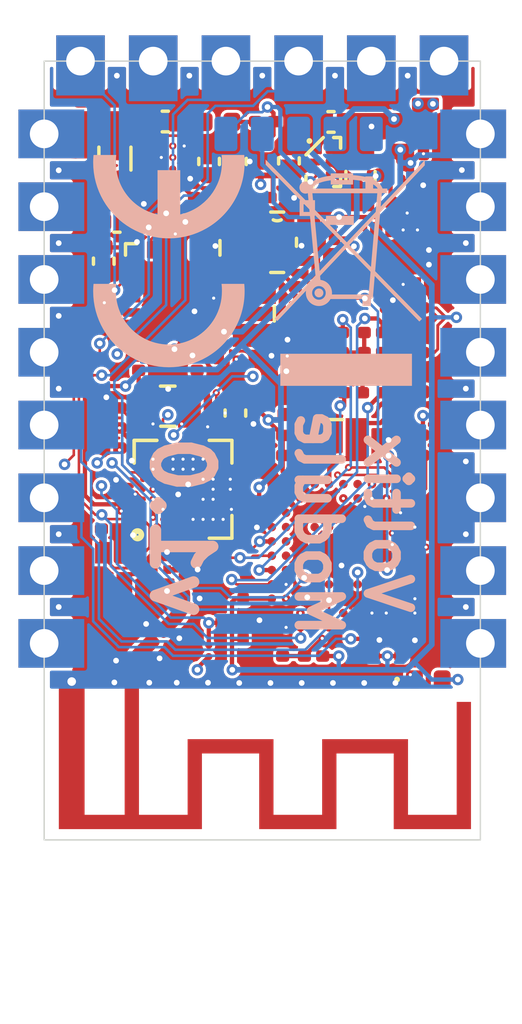
<source format=kicad_pcb>
(kicad_pcb (version 20240108) (generator "pcbnew") (generator_version "8.0")
  (layers (0 "F.Cu" signal) (1 "In1.Cu" signal "sig1.Cu") (2 "In2.Cu" power "gnd.Cu") (31 "B.Cu" signal) (34 "B.Paste" user) (35 "F.Paste" user) (36 "B.SilkS" user "B.Silkscreen") (37 "F.SilkS" user "F.Silkscreen") (38 "B.Mask" user) (39 "F.Mask" user) (44 "Edge.Cuts" user))
  (net 0 "")
  (net 1 "VCC")
  (net 2 "Net-(AE1-FEED)")
  (net 3 "/Board Connectors/VSRC")
  (net 4 "/Board Connectors/EN_BUCK")
  (net 5 "/Board Connectors/VCAP")
  (net 6 "/nRF52/XC1")
  (net 7 "/nRF52/XC2")
  (net 8 "/nRF52/XL1")
  (net 9 "/nRF52/XL2")
  (net 10 "/Board Connectors/SBW.IO")
  (net 11 "/Power Supply/WAKE")
  (net 12 "Net-(U1-VCC)")
  (net 13 "/Board Connectors/VSHUNT")
  (net 14 "/Power Supply/RTC_PSW")
  (net 15 "/Board Connectors/LED_CTRL")
  (net 16 "Net-(C10-Pad1)")
  (net 17 "Net-(U3--)")
  (net 18 "Net-(U6-PJ-5_LFXOUT)")
  (net 19 "Net-(U6-PJ-4_LFXIN)")
  (net 20 "Net-(R15-Pad2)")
  (net 21 "/MSP430FR/MAX_INT")
  (net 22 "Net-(U7-VBAT)")
  (net 23 "/Board Connectors/SWD.CLK")
  (net 24 "/Board Connectors/SWD.IO")
  (net 25 "/Board Connectors/SBW.CLK")
  (net 26 "/MSP430FR/RTC_INT")
  (net 27 "Net-(C19-Pad2)")
  (net 28 "Net-(R10-Pad2)")
  (net 29 "Net-(U7-AF)")
  (net 30 "Net-(D1-K)")
  (net 31 "Net-(D2-K)")
  (net 32 "/Energy Management/vthr_low")
  (net 33 "/Energy Management/vthr_high")
  (net 34 "/nRF52/ANT")
  (net 35 "/nRF52/DEC1")
  (net 36 "/Energy Management/THRCTRL.L1")
  (net 37 "/Energy Management/THRCTRL.L0")
  (net 38 "Net-(R11-Pad2)")
  (net 39 "/Energy Management/THRCTRL.H1")
  (net 40 "/Energy Management/THRCTRL.H0")
  (net 41 "/Energy Management/PWRGD_H")
  (net 42 "/Energy Management/PWRGD_L")
  (net 43 "/MSP430FR/C2C.CS")
  (net 44 "/MSP430FR/C2C.CLK")
  (net 45 "/Board Connectors/D0")
  (net 46 "/Board Connectors/D4")
  (net 47 "/MSP430FR/C2C.MISO")
  (net 48 "/MSP430FR/C2C.MOSI")
  (net 49 "Net-(U1-LX)")
  (net 50 "Net-(U2-SW)")
  (net 51 "/Board Connectors/D7")
  (net 52 "/Board Connectors/D9")
  (net 53 "/Board Connectors/D10")
  (net 54 "/Board Connectors/D8")
  (net 55 "/Board Connectors/D3")
  (net 56 "/MSP430FR/C2C.GPIO")
  (net 57 "Net-(U2-VSET)")
  (net 58 "/Board Connectors/D2")
  (net 59 "/Board Connectors/D1")
  (net 60 "/Board Connectors/VBUCK")
  (net 61 "/Board Connectors/SYS.SDA")
  (net 62 "/Board Connectors/SYS.SCL")
  (net 63 "/Board Connectors/BYPASS_SHUNT")
  (net 64 "GND")
  (net 65 "/nRF52/DEC4{slash}6")
  (net 66 "Net-(U3-+)")
  (net 67 "Net-(R16-Pad2)")
  (net 68 "/Board Connectors/D6")
  (net 74 "/nRF52/DEC5")
  (net 129 "Net-(U7-XO)")
  (net 130 "/Board Connectors/D5")
  (net 131 "/Board Connectors/VCAP_SENSE")
  (net 132 "Net-(U7-XI)")
  (net 133 "Net-(C25-Pad1)")
  (footprint "Voltix:C_0402_1005Metric" (layer "F.Cu") (at 69.452 80.642 90)
    (property "Reference" "C5" (hide yes))
    (property "Value" "22u" (hide yes))
  )
  (footprint "Voltix:RFSMD_0201_0603Metric" (layer "F.Cu") (at 67.702 94.887)
    (property "Reference" "C19" (hide yes))
    (property "Value" "0.8p" (hide yes))
  )
  (footprint "Voltix:L_0603_1608Metric" (layer "F.Cu") (at 74.742 81.152 -90)
    (property "Reference" "L2" (hide yes))
    (property "Value" "2.2u" (hide yes))
  )
  (footprint "Voltix:C_0201_0603Metric" (layer "F.Cu") (at 67.312 87.932)
    (property "Reference" "C23" (hide yes))
    (property "Value" "12p" (hide yes))
  )
  (footprint "Voltix:C_0201_0603Metric" (layer "F.Cu") (at 72.042 89.152 90)
    (property "Reference" "C38" (hide yes))
    (property "Value" "12p" (hide yes))
  )
  (footprint "Voltix:C_0201_0603Metric" (layer "F.Cu") (at 76.592 85.752)
    (property "Reference" "C13" (hide yes))
    (property "Value" "100n" (hide yes))
  )
  (footprint "Voltix:C_0402_1005Metric" (layer "F.Cu") (at 73.712 79.262 180)
    (property "Reference" "C8" (hide yes))
    (property "Value" "10u" (hide yes))
  )
  (footprint "Voltix:CastellatedHoles_1x06_P2.54mm" (layer "F.Cu") (at 77.66 77.14 -90)
    (property "Reference" "J5" (hide yes))
    (property "Value" "Conn_01x06" (hide yes))
  )
  (footprint "Voltix:C_0201_0603Metric" (layer "F.Cu") (at 66.012 89.242)
    (property "Reference" "C26" (hide yes))
    (property "Value" "100n" (hide yes))
  )
  (footprint "Voltix:R_0201_0603Metric" (layer "F.Cu") (at 73.792 86.612 180)
    (property "Reference" "R8" (hide yes))
    (property "Value" "5.62M" (hide yes))
  )
  (footprint "Voltix:L_0805_2012Metric" (layer "F.Cu") (at 66.162 80.542 90)
    (property "Reference" "L1" (hide yes))
    (property "Value" "4.7u" (hide yes))
  )
  (footprint "Voltix:ECX-12R" (layer "F.Cu") (at 71.032 85.962 -90)
    (property "Reference" "Y4" (hide yes))
    (property "Value" "Crystal" (hide yes))
  )
  (footprint "Voltix:TI_WSON8_DSG" (layer "F.Cu") (at 75.982 83.982 -90)
    (property "Reference" "U4" (hide yes))
    (property "Value" "TLV7032" (hide yes))
  )
  (footprint "Voltix:EMI_SHIELD_CSTM" (layer "F.Cu") (at 71.31 88.162)
    (property "Reference" "J1" (hide yes))
    (property "Value" "RFShield_OnePiece" (hide yes))
  )
  (footprint "Voltix:R_0201_0603Metric" (layer "F.Cu") (at 75.892 88.012)
    (property "Reference" "R19" (hide yes))
    (property "Value" "220k" (hide yes))
  )
  (footprint "Voltix:C_0402_1005Metric" (layer "F.Cu") (at 72.242 80.622 90)
    (property "Reference" "C7" (hide yes))
    (property "Value" "22u" (hide yes))
  )
  (footprint "Voltix:C_0201_0603Metric" (layer "F.Cu") (at 66.012 93.472)
    (property "Reference" "C21" (hide yes))
    (property "Value" "12p" (hide yes))
  )
  (footprint "Voltix:C_0201_0603Metric" (layer "F.Cu") (at 71.702 90.202 180)
    (property "Reference" "C30" (hide yes))
    (property "Value" "1u" (hide yes))
  )
  (footprint "Voltix:ECX-12R" (layer "F.Cu") (at 68.012 89.182 180)
    (property "Reference" "Y2" (hide yes))
    (property "Value" "Crystal" (hide yes))
  )
  (footprint "Voltix:R_0201_0603Metric" (layer "F.Cu") (at 76.942 80.692 90)
    (property "Reference" "R2" (hide yes))
    (property "Value" "47k" (hide yes))
  )
  (footprint "Voltix:R_0201_0603Metric" (layer "F.Cu") (at 72.782 85.712 180)
    (property "Reference" "R13" (hide yes))
    (property "Value" "47k" (hide yes))
  )
  (footprint "Voltix:C_0201_0603Metric" (layer "F.Cu") (at 66.012 90.642)
    (property "Reference" "C20" (hide yes))
    (property "Value" "1u" (hide yes))
  )
  (footprint "Voltix:RFSMD_0201_0603Metric" (layer "F.Cu") (at 68.542 95.432 90)
    (property "Reference" "L4" (hide yes))
    (property "Value" "5.6n" (hide yes))
  )
  (footprint "Voltix:R_0201_0603Metric" (layer "F.Cu") (at 76.592 87.312 180)
    (property "Reference" "R9" (hide yes))
    (property "Value" "3.3M" (hide yes))
  )
  (footprint "Voltix:C_0201_0603Metric" (layer "F.Cu") (at 69.622 94.762 90)
    (property "Reference" "C28" (hide yes))
    (property "Value" "820p" (hide yes))
  )
  (footprint "Voltix:C_0201_0603Metric" (layer "F.Cu") (at 70.632 92.042 -90)
    (property "Reference" "C18" (hide yes))
    (property "Value" "100n" (hide yes))
  )
  (footprint "Voltix:C_0201_0603Metric" (layer "F.Cu") (at 71.702 90.902 180)
    (property "Reference" "C29" (hide yes))
    (property "Value" "100n" (hide yes))
  )
  (footprint "Voltix:RFSMD_0201_0603Metric" (layer "F.Cu") (at 68.032 96.412 135)
    (property "Reference" "L5" (hide yes))
    (property "Value" "2.7n" (hide yes))
  )
  (footprint "Voltix:C_0201_0603Metric" (layer "F.Cu") (at 76.592 90.192 180)
    (property "Reference" "C32" (hide yes))
    (property "Value" "1u" (hide yes))
  )
  (footprint "Voltix:CastellatedHoles_1x08_P2.54mm_Left" (layer "F.Cu") (at 63.69 97.46 180)
    (property "Reference" "J2" (hide yes))
    (property "Value" "Conn_01x08" (hide yes))
  )
  (footprint "Voltix:R_0201_0603Metric" (layer "F.Cu") (at 75.892 88.712)
    (property "Reference" "R16" (hide yes))
    (property "Value" "5.62M" (hide yes))
  )
  (footprint "Voltix:R_0201_0603Metric" (layer "F.Cu") (at 76.942 88.362 90)
    (property "Reference" "R20" (hide yes))
    (property "Value" "5.62M" (hide yes))
  )
  (footprint "Voltix:C_0201_0603Metric" (layer "F.Cu") (at 66.452 92.422 -90)
    (property "Reference" "C15" (hide yes))
    (property "Value" "100n" (hide yes))
  )
  (footprint "Voltix:C_0201_0603Metric" (layer "F.Cu") (at 73.092 88.712)
    (property "Reference" "C12" (hide yes))
    (property "Value" "820p" (hide yes))
  )
  (footprint "Voltix:R_0201_0603Metric" (layer "F.Cu") (at 75.192 86.612 180)
    (property "Reference" "R7" (hide yes))
    (property "Value" "10M" (hide yes))
  )
  (footprint "Voltix:ECX-12R" (layer "F.Cu") (at 73.872 90.35 180)
    (property "Reference" "Y3" (hide yes))
    (property "Value" "Crystal" (hide yes))
  )
  (footprint "Voltix:R_0201_0603Metric" (layer "F.Cu") (at 73.092 88.012)
    (property "Reference" "R17" (hide yes))
    (property "Value" "3.3M" (hide yes))
  )
  (footprint "Voltix:C_0201_0603Metric" (layer "F.Cu") (at 69.772 87.812 -90)
    (property "Reference" "C43" (hide yes))
    (property "Value" "100n" (hide yes))
  )
  (footprint "Voltix:C_0201_0603Metric" (layer "F.Cu") (at 70.822 87.612)
    (property "Reference" "C42" (hide yes))
    (property "Value" "47p" (hide yes))
  )
  (footprint "Voltix:R_0201_0603Metric" (layer "F.Cu") (at 76.122 82.062 180)
    (property "Reference" "R4" (hide yes))
    (property "Value" "10M" (hide yes))
  )
  (footprint "Voltix:R_0201_0603Metric" (layer "F.Cu") (at 73.322 81.912)
    (property "Reference" "R3" (hide yes))
    (property "Value" "1.74k" (hide yes))
  )
  (footprint "Voltix:NXP_WLCSP4" (layer "F.Cu") (at 76.692 79.392 180)
    (property "Reference" "Q1" (hide yes))
    (property "Value" "PMCM4401VPE" (hide yes))
  )
  (footprint "Voltix:R_0201_0603Metric" (layer "F.Cu") (at 71.392 79.252 180)
    (property "Reference" "R1" (hide yes))
    (property "Value" "220R" (hide yes))
  )
  (footprint "Voltix:C_0201_0603Metric" (layer "F.Cu") (at 76.592 90.9 180)
    (property "Reference" "C31" (hide yes))
    (property "Value" "100n" (hide yes))
  )
  (footprint "Voltix:NXP_WLCSP4" (layer "F.Cu") (at 69.642 97.722)
    (property "Reference" "Q3" (hide yes))
    (property "Value" "PMCM4401VNE" (hide yes))
  )
  (footprint "Voltix:C_0201_0603Metric" (layer "F.Cu") (at 68.712 87.932 180)
    (property "Reference" "C24" (hide yes))
    (property "Value" "12p" (hide yes))
  )
  (footprint "Voltix:R_0201_0603Metric" (layer "F.Cu") (at 73.102 97.902 180)
    (property "Reference" "R21" (hide yes))
    (property "Value" "47k" (hide yes))
  )
  (footprint "Voltix:R_0201_0603Metric" (layer "F.Cu") (at 69.482 82.812 180)
    (property "Reference" "R6" (hide yes))
    (property "Value" "5.62M" (hide yes))
  )
  (footprint "Voltix:Texas_SWRA117D_2.4GHz_Left" (layer "F.Cu") (at 66.752 98.792 180)
    (property "Reference" "AE1" (hide yes))
    (property "Value" "Antenna_Chip" (hide yes))
  )
  (footprint "Voltix:C_0201_0603Metric" (layer "F.Cu") (at 71.702 97.902 180)
    (property "Reference" "C37" (hide yes))
    (property "Value" "820p" (hide yes))
  )
  (footprint "Voltix:C_0402_1005Metric" (layer "F.Cu") (at 70.372 89.422 90)
    (property "Reference" "C14" (hide yes))
    (property "Value" "4.7u" (hide yes))
  )
  (footprint "Voltix:TI_SC70-5_DCK5" (layer "F.Cu") (at 71.832 83.462)
    (property "Reference" "U3" (hide yes))
    (property "Value" "TLV369DCK" (hide yes))
  )
  (footprint "Voltix:C_0201_0603Metric" (layer "F.Cu") (at 67.712 81.622 180)
    (property "Reference" "C4" (hide yes))
    (property "Value" "1u" (hide yes))
  )
  (footprint "Voltix:RFSMD_0201_0603Metric" (layer "F.Cu") (at 66.862 97.572 -45)
    (property "Reference" "C27" (hide yes))
    (property "Value" "DNP" (hide yes))
  )
  (footprint "Voltix:NXP_WLCSP4" (layer "F.Cu") (at 75.992 81.022 180)
    (property "Reference" "Q2" (hide yes))
    (property "Value" "PMCM4401VPE" (hide yes))
  )
  (footprint "Voltix:C_0201_0603Metric" (layer "F.Cu") (at 66.012 89.942)
    (property "Reference" "C17" (hide yes))
    (property "Value" "1u" (hide yes))
  )
  (footprint "Voltix:AM_QFN16" (layer "F.Cu") (at 68.182 85.162 -90)
    (property "Reference" "U7" (hide yes))
    (property "Value" "AM1805" (hide yes))
  )
  (footprint "Voltix:TI_YBG6" (layer "F.Cu") (at 73.442 80.662)
    (property "Reference" "U2" (hide yes))
    (property "Value" "TPS62840YBG" (hide yes))
  )
  (footprint "Voltix:ECS_ECX-1247B" (layer "F.Cu") (at 66.117 94.822)
    (property "Reference" "Y1" (hide yes))
    (property "Value" "ECS-320-8-47B-7KM-TR" (hide yes))
  )
  (footprint "Voltix:C_0201_0603Metric" (layer "F.Cu") (at 71.432 80.312 -90)
    (property "Reference" "C3" (hide yes))
    (property "Value" "10n" (hide yes))
  )
  (footprint "Voltix:R_0201_0603Metric" (layer "F.Cu") (at 72.742 86.962 -90)
    (property "Reference" "R12" (hide yes))
    (property "Value" "3.9M" (hide yes))
  )
  (footprint "Voltix:C_0201_0603Metric" (layer "F.Cu") (at 70.632 93.442 90)
    (property "Reference" "C16" (hide yes))
    (property "Value" "100n" (hide yes))
  )
  (footprint "Voltix:C_0201_0603Metric" (layer "F.Cu") (at 69.262 81.902)
    (property "Reference" "C2" (hide yes))
    (property "Value" "1u" (hide yes))
  )
  (footprint "Voltix:R_0201_0603Metric" (layer "F.Cu") (at 69.872 96.422 90)
    (property "Reference" "R22" (hide yes))
    (property "Value" "220k" (hide yes))
  )
  (footprint "Voltix:R_0201_0603Metric" (layer "F.Cu") (at 73.792 87.312 180)
    (property "Reference" "R11" (hide yes))
    (property "Value" "220k" (hide yes))
  )
  (footprint "Voltix:R_0201_0603Metric" (layer "F.Cu") (at 75.192 87.312 180)
    (property "Reference" "R10" (hide yes))
    (property "Value" "680k" (hide yes))
  )
  (footprint "Voltix:C_0201_0603Metric" (layer "F.Cu") (at 70.642 97.622 -90)
    (property "Reference" "C34" (hide yes))
    (property "Value" "1u" (hide yes))
  )
  (footprint "Voltix:C_0201_0603Metric" (layer "F.Cu") (at 66.167 96.172 180)
    (property "Reference" "C22" (hide yes))
    (property "Value" "12p" (hide yes))
  )
  (footprint "Voltix:C_0402_1005Metric" (layer "F.Cu") (at 67.922 79.2482)
    (property "Reference" "C1" (hide yes))
    (property "Value" "10u" (hide yes))
  )
  (footprint "Voltix:C_0201_0603Metric" (layer "F.Cu") (at 76.592 86.612 180)
    (property "Reference" "C11" (hide yes))
    (property "Value" "820p" (hide yes))
  )
  (footprint "Voltix:LED_0402_1005Metric" (layer "F.Cu") (at 77.11 98.722)
    (property "Reference" "D2" (hide yes))
    (property "Value" "LED" (hide yes))
  )
  (footprint "Voltix:RFSMD_0201_0603Metric" (layer "F.Cu") (at 68.542 94.342 90)
    (property "Reference" "L3" (hide yes))
    (property "Value" "3.9n" (hide yes))
  )
  (footprint "Voltix:NRF52833-CJAA" (layer "F.Cu") (at 68.542 92.082 90)
    (property "Reference" "U5" (hide yes))
    (property "Value" "NRF52833-CJAA" (hide yes))
  )
  (footprint "Voltix:C_0201_0603Metric" (layer "F.Cu") (at 72.782 85.012 180)
    (property "Reference" "C10" (hide yes))
    (property "Value" "820p" (hide yes))
  )
  (footprint "Voltix:C_0201_0603Metric" (layer "F.Cu") (at 74.872 97.902 180)
    (property "Reference" "C36" (hide yes))
    (property "Value" "1u" (hide yes))
  )
  (footprint "Voltix:R_0201_0603Metric" (layer "F.Cu") (at 71.262 81.902 180)
    (property "Reference" "R5" (hide yes))
    (property "Value" "10M" (hide yes))
  )
  (footprint "Voltix:Tab" (layer "F.Cu") (at 71.312 104.832 90)
    (property "Reference" "REF**" (hide yes))
    (property "Value" "Tab")
  )
  (footprint "Voltix:C_0402_1005Metric" (layer "F.Cu") (at 66.232 82.752)
    (property "Reference" "C40" (hide yes))
    (property "Value" "22u" (hide yes))
  )
  (footprint "Voltix:C_0201_0603Metric" (layer "F.Cu") (at 70.642 96.222 -90)
    (property "Reference" "C33" (hide yes))
    (property "Value" "100n" (hide yes))
  )
  (footprint "Voltix:CastellatedHoles_1x08_P2.54mm_Right" (layer "F.Cu") (at 78.93 97.46 180)
    (property "Reference" "J3" (hide yes))
    (property "Value" "Conn_01x08" (hide yes))
  )
  (footprint "Voltix:R_0201_0603Metric" (layer "F.Cu") (at 74.492 88.712)
    (property "Reference" "R15" (hide yes))
    (property "Value" "10M" (hide yes))
  )
  (footprint "Voltix:R_0201_0603Metric" (layer "F.Cu") (at 74.492 88.012)
    (property "Reference" "R18" (hide yes))
    (property "Value" "1.5M" (hide yes))
  )
  (footprint "Voltix:R_0201_0603Metric" (layer "F.Cu") (at 73.832 85.357 90)
    (property "Reference" "R14" (hide yes))
    (property "Value" "220R" (hide yes))
  )
  (footprint "Voltix:C_0402_1005Metric" (layer "F.Cu") (at 70.392 80.642 90)
    (property "Reference" "C6" (hide yes))
    (property "Value" "22u" (hide yes))
  )
  (footprint "Voltix:C_0201_0603Metric" (layer "F.Cu") (at 76.052 89.472)
    (property "Reference" "C39" (hide yes))
    (property "Value" "12p" (hide yes))
  )
  (footprint "Voltix:D_0402_1005Metric" (layer "F.Cu") (at 69.762 79.262 180)
    (property "Reference" "D1" (hide yes))
    (property "Value" "D_Schottky" (hide yes))
  )
  (footprint "Voltix:MX_W121C1+2" (layer "F.Cu") (at 67.982 80.502)
    (property "Reference" "U1" (hide yes))
    (property "Value" "MAX20361AEWC+" (hide yes))
  )
  (footprint "Voltix:C_0201_0603Metric" (layer "F.Cu") (at 73.832 83.652 90)
    (property "Reference" "C9" (hide yes))
    (property "Value" "100n" (hide yes))
  )
  (footprint "Voltix:C_0201_0603Metric" (layer "F.Cu") (at 76.472 97.902)
    (property "Reference" "C35" (hide yes))
    (property "Value" "100n" (hide yes))
  )
  (footprint "Voltix:TI_ZVW" (layer "F.Cu") (at 74.142 94.402 90)
    (property "Reference" "U6" (hide yes))
    (property "Value" "MSP430FR5994IZVW" (hide yes))
  )
  (footprint "Voltix:C_0402_1005Metric" (layer "F.Cu") (at 65.772 84.122 -90)
    (property "Reference" "C41" (hide yes))
    (property "Value" "22u" (hide yes))
  )
  (footprint "Voltix:RFSMD_0201_0603Metric" (layer "F.Cu") (at 67.648531 97.198927 -135)
    (property "Reference" "C25" (hide yes))
    (property "Value" "0.7p" (hide yes))
  )
  (footprint "Voltix:BackPads" (layer "B.Cu") (at 75.12 79.68 90)
    (property "Reference" "J4" (hide yes))
    (property "Value" "Conn_01x07")
  )
  (gr_poly (pts (xy 71.425109 80.755193) (xy 72.639612 81.992292) (xy 72.614331 81.992292) (xy 72.614331 82.545827) (xy 72.975897 82.545827) (xy 73.168964 84.617356) (xy 71.74081 86.121446) (xy 71.835557 86.211365) (xy 72.838605 85.15327) (xy 72.837141 85.162598) (xy 72.835865 85.171987) (xy 72.834779 85.181436) (xy 72.833886 85.190943) (xy 72.833187 85.200506) (xy 72.832685 85.210122) (xy 72.832383 85.219791) (xy 72.832282 85.229509) (xy 72.832876 85.253039) (xy 72.834642 85.27626) (xy 72.83755 85.299143) (xy 72.841571 85.32166) (xy 72.846676 85.343781) (xy 72.852838 85.365479) (xy 72.860026 85.386724) (xy 72.868213 85.407488) (xy 72.877369 85.427741) (xy 72.887466 85.447456) (xy 72.898476 85.466603) (xy 72.910369 85.485154) (xy 72.923116 85.50308) (xy 72.93669 85.520353) (xy 72.951061 85.536943) (xy 72.9662 85.552822) (xy 72.98208 85.567961) (xy 72.99867 85.582331) (xy 73.015943 85.595905) (xy 73.033869 85.608652) (xy 73.05242 85.620544) (xy 73.071567 85.631554) (xy 73.091282 85.64165) (xy 73.111535 85.650806) (xy 73.132299 85.658993) (xy 73.153543 85.666181) (xy 73.175241 85.672342) (xy 73.197361 85.677447) (xy 73.219877 85.681468) (xy 73.24276 85.684375) (xy 73.26598 85.686141) (xy 73.289508 85.686736) (xy 73.322104 85.685592) (xy 73.354083 85.682212) (xy 73.385367 85.676672) (xy 73.415881 85.66905) (xy 73.445546 85.659422) (xy 73.474286 85.647865) (xy 73.502024 85.634457) (xy 73.528683 85.619274) (xy 73.554186 85.602393) (xy 73.578456 85.583891) (xy 73.601416 85.563845) (xy 73.622989 85.542332) (xy 73.643098 85.519428) (xy 73.661666 85.495212) (xy 73.678616 85.469759) (xy 73.693871 85.443147) (xy 74.812 85.443147) (xy 74.812 85.682) (xy 75.106177 85.682) (xy 75.106177 85.442538) (xy 75.109402 85.442003) (xy 75.112613 85.44131) (xy 75.115805 85.440462) (xy 75.118974 85.439466) (xy 75.122113 85.438325) (xy 75.125217 85.437044) (xy 75.128282 85.435629) (xy 75.131302 85.434084) (xy 75.137186 85.430624) (xy 75.142827 85.426703) (xy 75.148183 85.422358) (xy 75.153212 85.41763) (xy 75.157871 85.412555) (xy 75.16212 85.407173) (xy 75.165915 85.401522) (xy 75.16763 85.398608) (xy 75.169215 85.395641) (xy 75.170666 85.392626) (xy 75.171978 85.389568) (xy 75.173145 85.386472) (xy 75.174161 85.383342) (xy 75.175023 85.380184) (xy 75.175723 85.377002) (xy 75.176258 85.373801) (xy 75.176622 85.370585) (xy 75.239434 84.640507) (xy 76.797843 86.227914) (xy 76.891003 86.136369) (xy 75.274398 84.491282) (xy 75.092948 84.491282) (xy 75.024725 85.28441) (xy 73.743507 85.28441) (xy 73.744262 85.277644) (xy 73.744919 85.270848) (xy 73.745478 85.264024) (xy 73.745937 85.257173) (xy 73.746296 85.250295) (xy 73.746554 85.243391) (xy 73.746709 85.236462) (xy 73.746761 85.229509) (xy 73.527316 85.229509) (xy 73.527007 85.241746) (xy 73.526088 85.253822) (xy 73.524576 85.265722) (xy 73.522485 85.277432) (xy 73.51983 85.288936) (xy 73.516626 85.30022) (xy 73.512888 85.311269) (xy 73.50863 85.322068) (xy 73.503868 85.332601) (xy 73.498617 85.342854) (xy 73.492892 85.352812) (xy 73.486707 85.36246) (xy 73.480077 85.371784) (xy 73.473018 85.380767) (xy 73.465544 85.389395) (xy 73.457671 85.397654) (xy 73.449413 85.405527) (xy 73.440785 85.413001) (xy 73.431802 85.420061) (xy 73.422479 85.426691) (xy 73.412831 85.432876) (xy 73.402872 85.438602) (xy 73.392619 85.443854) (xy 73.382086 85.448616) (xy 73.371287 85.452874) (xy 73.360238 85.456612) (xy 73.348953 85.459817) (xy 73.337448 85.462472) (xy 73.325737 85.464563) (xy 73.313836 85.466076) (xy 73.301759 85.466994) (xy 73.289521 85.467303) (xy 73.277285 85.466994) (xy 73.265209 85.466076) (xy 73.253309 85.464563) (xy 73.241599 85.462472) (xy 73.230094 85.459817) (xy 73.21881 85.456612) (xy 73.207762 85.452874) (xy 73.196963 85.448616) (xy 73.18643 85.443854) (xy 73.176176 85.438602) (xy 73.166218 85.432876) (xy 73.15657 85.426691) (xy 73.147247 85.420061) (xy 73.138264 85.413001) (xy 73.129636 85.405527) (xy 73.121377 85.397654) (xy 73.113503 85.389395) (xy 73.106029 85.380767) (xy 73.09897 85.371784) (xy 73.09234 85.36246) (xy 73.086155 85.352812) (xy 73.080429 85.342854) (xy 73.075177 85.332601) (xy 73.070415 85.322068) (xy 73.066157 85.311269) (xy 73.062418 85.30022) (xy 73.059214 85.288936) (xy 73.056559 85.277432) (xy 73.054467 85.265722) (xy 73.052955 85.253822) (xy 73.052037 85.241746) (xy 73.051727 85.229509) (xy 73.052037 85.217272) (xy 73.052955 85.205195) (xy 73.054467 85.193293) (xy 73.056559 85.181583) (xy 73.059214 85.170078) (xy 73.062418 85.158793) (xy 73.066157 85.147744) (xy 73.070415 85.136945) (xy 73.075177 85.126412) (xy 73.080429 85.116158) (xy 73.086155 85.1062) (xy 73.09234 85.096552) (xy 73.09897 85.087229) (xy 73.106029 85.078246) (xy 73.113503 85.069618) (xy 73.121377 85.06136) (xy 73.129636 85.053486) (xy 73.138264 85.046013) (xy 73.147247 85.038954) (xy 73.15657 85.032324) (xy 73.166218 85.026139) (xy 73.176176 85.020414) (xy 73.18643 85.015162) (xy 73.196963 85.010401) (xy 73.207762 85.006143) (xy 73.21881 85.002405) (xy 73.230094 84.999201) (xy 73.241599 84.996546) (xy 73.253309 84.994455) (xy 73.265209 84.992942) (xy 73.277285 84.992024) (xy 73.289521 84.991715) (xy 73.301759 84.992024) (xy 73.313836 84.992942) (xy 73.325737 84.994455) (xy 73.337448 84.996546) (xy 73.348953 84.999201) (xy 73.360237 85.002405) (xy 73.371287 85.006143) (xy 73.382085 85.010401) (xy 73.392619 85.015162) (xy 73.402872 85.020414) (xy 73.41283 85.026139) (xy 73.422478 85.032324) (xy 73.431801 85.038954) (xy 73.440784 85.046013) (xy 73.449412 85.053486) (xy 73.457671 85.06136) (xy 73.465544 85.069618) (xy 73.473018 85.078246) (xy 73.480077 85.087229) (xy 73.486707 85.096552) (xy 73.492892 85.1062) (xy 73.498617 85.116158) (xy 73.503868 85.126412) (xy 73.50863 85.136945) (xy 73.512888 85.147744) (xy 73.516626 85.158793) (xy 73.51983 85.170078) (xy 73.522485 85.181583) (xy 73.524576 85.193293) (xy 73.526088 85.205195) (xy 73.527007 85.217272) (xy 73.527316 85.229509) (xy 73.746761 85.229509) (xy 73.746248 85.207659) (xy 73.744725 85.186074) (xy 73.742214 85.164775) (xy 73.738739 85.143787) (xy 73.734323 85.123133) (xy 73.728988 85.102834) (xy 73.722757 85.082915) (xy 73.715654 85.063398) (xy 73.707701 85.044306) (xy 73.698922 85.025662) (xy 73.689339 85.00749) (xy 73.678976 84.989811) (xy 73.667854 84.97265) (xy 73.655998 84.956028) (xy 73.643431 84.93997) (xy 73.630174 84.924498) (xy 73.616252 84.909634) (xy 73.601687 84.895403) (xy 73.586502 84.881826) (xy 73.57072 84.868927) (xy 73.554364 84.856729) (xy 73.537457 84.845255) (xy 73.520022 84.834528) (xy 73.502082 84.82457) (xy 73.48366 84.815405) (xy 73.464779 84.807056) (xy 73.445462 84.799546) (xy 73.425732 84.792897) (xy 73.405612 84.787133) (xy 73.385124 84.782277) (xy 73.364292 84.778351) (xy 73.343139 84.775378) (xy 73.330042 84.634871) (xy 74.265331 83.648267) (xy 75.092948 84.491282) (xy 75.274398 84.491282) (xy 75.254053 84.470578) (xy 75.414616 82.603996) (xy 75.255283 82.603996) (xy 75.10754 84.321486) (xy 74.356334 83.557038) (xy 74.17577 83.557038) (xy 73.314167 84.464453) (xy 73.135362 82.545827) (xy 73.152996 82.545827) (xy 73.152996 82.515215) (xy 74.17577 83.557038) (xy 74.356334 83.557038) (xy 74.354033 83.554697) (xy 75.255283 82.603996) (xy 75.414616 82.603996) (xy 75.430517 82.419145) (xy 76.987801 80.776413) (xy 76.987801 80.595504) (xy 75.447886 82.217294) (xy 75.487895 81.752197) (xy 75.328559 81.752197) (xy 75.272679 82.401815) (xy 74.264511 83.463588) (xy 73.66818 82.856766) (xy 74.50892 82.856766) (xy 74.50892 82.539266) (xy 73.536563 82.539266) (xy 73.536563 82.72282) (xy 73.222354 82.403085) (xy 72.962615 82.403085) (xy 72.753263 82.403085) (xy 72.753263 82.135062) (xy 72.779762 82.135062) (xy 72.954189 82.312729) (xy 72.962615 82.403085) (xy 73.222354 82.403085) (xy 73.152996 82.332507) (xy 73.152996 81.992319) (xy 73.083781 81.992319) (xy 73.061411 81.752197) (xy 75.328559 81.752197) (xy 75.487895 81.752197) (xy 75.48846 81.745621) (xy 75.679701 81.745621) (xy 75.679701 81.586871) (xy 75.511439 81.586871) (xy 74.91237 81.586871) (xy 73.067642 81.586871) (xy 73.075035 81.571122) (xy 73.083614 81.555897) (xy 73.093342 81.541186) (xy 73.104179 81.526982) (xy 73.116087 81.513275) (xy 73.129028 81.500057) (xy 73.142964 81.48732) (xy 73.157855 81.475055) (xy 73.173664 81.463253) (xy 73.190351 81.451906) (xy 73.207879 81.441004) (xy 73.226208 81.43054) (xy 73.265119 81.410889) (xy 73.306776 81.392884) (xy 73.35087 81.376456) (xy 73.397095 81.361535) (xy 73.445142 81.348054) (xy 73.494704 81.335942) (xy 73.545473 81.325131) (xy 73.59714 81.315551) (xy 73.649399 81.307135) (xy 73.701928 81.299814) (xy 73.701928 81.447978) (xy 74.482435 81.447978) (xy 74.482435 81.289228) (xy 74.323711 81.289228) (xy 73.860704 81.289228) (xy 73.860704 81.216442) (xy 74.323711 81.216442) (xy 74.323711 81.289228) (xy 74.482435 81.289228) (xy 74.482435 81.283117) (xy 74.5349 81.287403) (xy 74.588384 81.292556) (xy 74.64256 81.298644) (xy 74.6971 81.305732) (xy 74.751678 81.313886) (xy 74.805967 81.323174) (xy 74.85964 81.33366) (xy 74.91237 81.345413) (xy 74.91237 81.586871) (xy 75.511439 81.586871) (xy 75.511435 81.586858) (xy 75.341709 81.586858) (xy 75.183647 81.586858) (xy 75.183647 81.442409) (xy 75.19689 81.449808) (xy 75.209745 81.457411) (xy 75.2222 81.465222) (xy 75.234242 81.473243) (xy 75.245857 81.481476) (xy 75.257033 81.489925) (xy 75.267756 81.498592) (xy 75.278012 81.50748) (xy 75.28779 81.516591) (xy 75.297075 81.525929) (xy 75.305854 81.535495) (xy 75.314115 81.545294) (xy 75.321844 81.555326) (xy 75.329029 81.565596) (xy 75.335655 81.576106) (xy 75.341709 81.586858) (xy 75.511435 81.586858) (xy 75.510308 81.583458) (xy 75.509086 81.579906) (xy 75.50777 81.57622) (xy 75.506356 81.572402) (xy 75.504842 81.568457) (xy 75.503224 81.564387) (xy 75.5015 81.560197) (xy 75.499665 81.555889) (xy 75.488484 81.532072) (xy 75.475951 81.509104) (xy 75.462111 81.48697) (xy 75.447008 81.465656) (xy 75.430687 81.445147) (xy 75.413193 81.425426) (xy 75.394572 81.406481) (xy 75.374868 81.388295) (xy 75.354126 81.370854) (xy 75.33239 81.354143) (xy 75.309707 81.338146) (xy 75.286119 81.32285) (xy 75.261674 81.308239) (xy 75.236414 81.294297) (xy 75.210386 81.281012) (xy 75.183634 81.268366) (xy 75.183634 81.163446) (xy 74.91237 81.163446) (xy 74.91237 81.179678) (xy 74.859028 81.168181) (xy 74.805143 81.158002) (xy 74.750928 81.149068) (xy 74.696599 81.141308) (xy 74.670995 81.138165) (xy 73.701941 81.138165) (xy 73.701941 81.299812) (xy 73.701928 81.299814) (xy 73.701928 81.138166) (xy 73.701941 81.138165) (xy 74.670995 81.138165) (xy 74.64237 81.13465) (xy 74.588457 81.129022) (xy 74.535073 81.124353) (xy 74.482435 81.12057) (xy 74.482435 81.057705) (xy 73.701928 81.057705) (xy 73.701928 81.138166) (xy 73.596326 81.153393) (xy 73.543799 81.162722) (xy 73.491755 81.173286) (xy 73.440418 81.185156) (xy 73.39001 81.1984) (xy 73.340753 81.213089) (xy 73.29287 81.229292) (xy 73.246583 81.247079) (xy 73.202115 81.266518) (xy 73.159689 81.287681) (xy 73.119526 81.310636) (xy 73.08185 81.335453) (xy 73.046883 81.362201) (xy 73.014847 81.390951) (xy 72.985965 81.421771) (xy 72.978452 81.412732) (xy 72.970456 81.404126) (xy 72.961999 81.395975) (xy 72.9531 81.388299) (xy 72.943781 81.381119) (xy 72.934062 81.374455) (xy 72.923964 81.368327) (xy 72.913507 81.362758) (xy 72.902712 81.357766) (xy 72.8916 81.353373) (xy 72.88019 81.3496) (xy 72.868504 81.346466) (xy 72.856563 81.343993) (xy 72.844386 81.342201) (xy 72.831995 81.341111) (xy 72.81941 81.340743) (xy 72.808517 81.341018) (xy 72.797767 81.341836) (xy 72.787174 81.343182) (xy 72.77675 81.345043) (xy 72.766509 81.347406) (xy 72.756464 81.350258) (xy 72.746629 81.353586) (xy 72.737017 81.357376) (xy 72.727641 81.361614) (xy 72.718514 81.366289) (xy 72.70965 81.371385) (xy 72.701062 81.376891) (xy 72.692764 81.382792) (xy 72.684768 81.389075) (xy 72.677088 81.395728) (xy 72.669737 81.402736) (xy 72.662728 81.410087) (xy 72.656076 81.417767) (xy 72.649792 81.425763) (xy 72.643891 81.434062) (xy 72.638385 81.44265) (xy 72.633289 81.451514) (xy 72.628615 81.460641) (xy 72.624376 81.470017) (xy 72.620586 81.479629) (xy 72.617259 81.489464) (xy 72.614407 81.499509) (xy 72.612043 81.50975) (xy 72.610182 81.520173) (xy 72.608836 81.530767) (xy 72.608018 81.541517) (xy 72.607743 81.552409) (xy 72.608018 81.563301) (xy 72.608836 81.57405) (xy 72.610182 81.584642) (xy 72.612043 81.595066) (xy 72.614407 81.605306) (xy 72.617259 81.61535) (xy 72.620586 81.625185) (xy 72.624376 81.634797) (xy 72.628615 81.644172) (xy 72.633289 81.653299) (xy 72.638385 81.662163) (xy 72.643891 81.670751) (xy 72.649792 81.67905) (xy 72.656076 81.687046) (xy 72.662728 81.694726) (xy 72.669737 81.702078) (xy 72.677088 81.709086) (xy 72.684768 81.715739) (xy 72.692764 81.722023) (xy 72.701062 81.727925) (xy 72.70965 81.733431) (xy 72.718514 81.738528) (xy 72.727641 81.743202) (xy 72.737017 81.747441) (xy 72.746629 81.751231) (xy 72.756464 81.754559) (xy 72.766509 81.757412) (xy 72.77675 81.759775) (xy 72.787174 81.761637) (xy 72.797767 81.762983) (xy 72.808517 81.763801) (xy 72.81941 81.764076) (xy 72.824851 81.764008) (xy 72.830258 81.763803) (xy 72.83563 81.763464) (xy 72.840965 81.762992) (xy 72.846261 81.762389) (xy 72.851517 81.761657) (xy 72.856731 81.760796) (xy 72.861902 81.75981) (xy 72.867027 81.758698) (xy 72.872106 81.757464) (xy 72.877135 81.756108) (xy 72.882115 81.754633) (xy 72.887042 81.753039) (xy 72.891916 81.751329) (xy 72.896735 81.749504) (xy 72.901497 81.747566) (xy 72.924317 81.992306) (xy 72.818669 81.992306) (xy 71.425109 80.574192)) (fill solid) (layer "B.SilkS"))
  (gr_poly (pts (xy 71.9402 88.472534) (xy 76.539623 88.472534) (xy 76.539623 87.352539) (xy 71.9402 87.352539)) (fill solid) (layer "B.SilkS"))
  (gr_poly (pts (xy 73.281574 85.075273) (xy 73.273732 85.075869) (xy 73.266003 85.076851) (xy 73.258398 85.078209) (xy 73.250926 85.079934) (xy 73.243598 85.082015) (xy 73.236422 85.084443) (xy 73.229409 85.087209) (xy 73.222568 85.090302) (xy 73.215909 85.093712) (xy 73.209442 85.097431) (xy 73.203176 85.101448) (xy 73.197121 85.105754) (xy 73.191287 85.110339) (xy 73.185683 85.115193) (xy 73.180319 85.120307) (xy 73.175205 85.125671) (xy 73.170351 85.131275) (xy 73.165766 85.137109) (xy 73.16146 85.143164) (xy 73.157443 85.14943) (xy 73.153724 85.155897) (xy 73.150314 85.162556) (xy 73.147221 85.169397) (xy 73.144456 85.17641) (xy 73.142027 85.183586) (xy 73.139946 85.190914) (xy 73.138222 85.198386) (xy 73.136863 85.205991) (xy 73.135881 85.21372) (xy 73.135285 85.221562) (xy 73.135084 85.229509) (xy 73.135285 85.237456) (xy 73.135881 85.245299) (xy 73.136863 85.253027) (xy 73.138222 85.260632) (xy 73.139946 85.268103) (xy 73.142027 85.275431) (xy 73.144456 85.282606) (xy 73.147221 85.289619) (xy 73.150314 85.29646) (xy 73.153724 85.303118) (xy 73.157443 85.309585) (xy 73.16146 85.31585) (xy 73.165766 85.321905) (xy 73.170351 85.327738) (xy 73.175205 85.333342) (xy 73.180319 85.338704) (xy 73.185683 85.343818) (xy 73.191287 85.348671) (xy 73.197121 85.353255) (xy 73.203176 85.357561) (xy 73.209442 85.361577) (xy 73.215909 85.365296) (xy 73.222568 85.368706) (xy 73.229409 85.371798) (xy 73.236422 85.374563) (xy 73.243598 85.376991) (xy 73.250926 85.379072) (xy 73.258398 85.380796) (xy 73.266003 85.382154) (xy 73.273732 85.383136) (xy 73.281574 85.383732) (xy 73.289521 85.383933) (xy 73.297468 85.383732) (xy 73.305311 85.383136) (xy 73.313039 85.382154) (xy 73.320644 85.380796) (xy 73.328116 85.379072) (xy 73.335444 85.376991) (xy 73.34262 85.374563) (xy 73.349633 85.371798) (xy 73.356474 85.368706) (xy 73.363133 85.365296) (xy 73.369601 85.361577) (xy 73.375867 85.357561) (xy 73.381922 85.353255) (xy 73.387756 85.348671) (xy 73.39336 85.343817) (xy 73.398723 85.338704) (xy 73.403837 85.333341) (xy 73.408691 85.327738) (xy 73.413276 85.321905) (xy 73.417582 85.31585) (xy 73.421599 85.309585) (xy 73.425318 85.303118) (xy 73.428729 85.296459) (xy 73.431822 85.289619) (xy 73.434587 85.282606) (xy 73.437015 85.275431) (xy 73.439096 85.268103) (xy 73.440821 85.260632) (xy 73.442179 85.253027) (xy 73.443161 85.245299) (xy 73.443758 85.237456) (xy 73.443959 85.229509) (xy 73.443758 85.221562) (xy 73.443161 85.21372) (xy 73.442179 85.205991) (xy 73.440821 85.198386) (xy 73.439096 85.190915) (xy 73.437015 85.183586) (xy 73.434587 85.17641) (xy 73.431822 85.169397) (xy 73.428729 85.162556) (xy 73.425318 85.155897) (xy 73.421599 85.14943) (xy 73.417582 85.143164) (xy 73.413276 85.137109) (xy 73.408691 85.131275) (xy 73.403837 85.125671) (xy 73.398723 85.120307) (xy 73.39336 85.115193) (xy 73.387756 85.110339) (xy 73.381922 85.105754) (xy 73.375867 85.101448) (xy 73.369601 85.097431) (xy 73.363133 85.093712) (xy 73.356474 85.090302) (xy 73.349633 85.087209) (xy 73.34262 85.084443) (xy 73.335444 85.082015) (xy 73.328116 85.079934) (xy 73.320644 85.078209) (xy 73.313039 85.076851) (xy 73.305311 85.075869) (xy 73.297468 85.075273) (xy 73.289521 85.075072)) (fill solid) (layer "B.SilkS"))
  (gr_poly (pts (xy 70.693391 85.145197) (xy 70.692768 85.112074) (xy 70.691732 85.078964) (xy 70.69028 85.045871) (xy 70.688415 85.012798) (xy 70.686136 84.979751) (xy 70.683442 84.946731) (xy 70.680336 84.913745) (xy 69.886586 84.913745) (xy 69.890314 84.946687) (xy 69.893452 84.979682) (xy 69.895999 85.012722) (xy 69.897954 85.0458) (xy 69.899316 85.078907) (xy 69.900087 85.112036) (xy 69.900264 85.145179) (xy 69.899848 85.178329) (xy 69.895744 85.301749) (xy 69.883561 85.423655) (xy 69.863494 85.543708) (xy 69.835737 85.66157) (xy 69.800487 85.776905) (xy 69.757936 85.889375) (xy 69.708281 85.998642) (xy 69.651716 86.10437) (xy 69.588436 86.206221) (xy 69.518635 86.303858) (xy 69.442508 86.396942) (xy 69.36025 86.485138) (xy 69.272057 86.568107) (xy 69.178121 86.645511) (xy 69.07864 86.717015) (xy 68.973806 86.78228) (xy 68.864869 86.840436) (xy 68.753204 86.890838) (xy 68.639202 86.933485) (xy 68.523252 86.968379) (xy 68.405743 86.995518) (xy 68.287066 87.014904) (xy 68.16761 87.026535) (xy 68.047764 87.030412) (xy 67.927919 87.026535) (xy 67.808463 87.014904) (xy 67.689786 86.995518) (xy 67.572277 86.968379) (xy 67.456327 86.933485) (xy 67.342325 86.890838) (xy 67.23066 86.840436) (xy 67.121723 86.78228) (xy 67.068649 86.750448) (xy 67.016889 86.717015) (xy 66.966467 86.682022) (xy 66.917408 86.645511) (xy 66.869735 86.607525) (xy 66.823473 86.568106) (xy 66.778646 86.527296) (xy 66.735279 86.485138) (xy 66.693396 86.441672) (xy 66.653021 86.396942) (xy 66.61418 86.35099) (xy 66.576895 86.303858) (xy 66.541191 86.255587) (xy 66.507094 86.206221) (xy 66.474626 86.155801) (xy 66.443813 86.10437) (xy 66.414679 86.05197) (xy 66.387248 85.998642) (xy 66.361545 85.94443) (xy 66.337593 85.889375) (xy 66.315418 85.833519) (xy 66.295043 85.776905) (xy 66.276493 85.719574) (xy 66.259792 85.66157) (xy 66.244965 85.602934) (xy 66.232036 85.543708) (xy 66.221029 85.483934) (xy 66.211969 85.423655) (xy 66.20488 85.362913) (xy 66.199786 85.30175) (xy 66.196712 85.240208) (xy 66.195682 85.178329) (xy 66.195266 85.14518) (xy 66.195443 85.112036) (xy 66.196213 85.078907) (xy 66.197576 85.0458) (xy 66.199531 85.012722) (xy 66.202077 84.979682) (xy 66.205215 84.946687) (xy 66.208944 84.913745) (xy 65.415194 84.913745) (xy 65.412087 84.946732) (xy 65.409394 84.979751) (xy 65.407115 85.012799) (xy 65.405249 85.045871) (xy 65.403798 85.078964) (xy 65.402761 85.112075) (xy 65.402139 85.145197) (xy 65.401932 85.178329) (xy 65.407795 85.354644) (xy 65.425199 85.528795) (xy 65.453867 85.700299) (xy 65.493518 85.868674) (xy 65.543877 86.033438) (xy 65.604663 86.194109) (xy 65.675599 86.350206) (xy 65.756406 86.501245) (xy 65.846807 86.646747) (xy 65.946522 86.786227) (xy 66.055275 86.919205) (xy 66.172786 87.045199) (xy 66.298777 87.163726) (xy 66.43297 87.274304) (xy 66.575086 87.376452) (xy 66.724848 87.469688) (xy 66.880474 87.552767) (xy 67.039995 87.62477) (xy 67.202855 87.685695) (xy 67.368498 87.735543) (xy 67.536367 87.774314) (xy 67.705905 87.802007) (xy 67.876557 87.818623) (xy 68.047765 87.824162) (xy 68.218973 87.818623) (xy 68.389625 87.802007) (xy 68.559163 87.774314) (xy 68.727032 87.735543) (xy 68.892675 87.685695) (xy 69.055536 87.62477) (xy 69.215057 87.552767) (xy 69.370682 87.469687) (xy 69.446501 87.424214) (xy 69.520444 87.376452) (xy 69.592475 87.326462) (xy 69.66256 87.274304) (xy 69.730665 87.220038) (xy 69.796753 87.163725) (xy 69.860792 87.105425) (xy 69.922744 87.045198) (xy 69.982577 86.983105) (xy 70.040255 86.919205) (xy 70.095744 86.853559) (xy 70.149008 86.786227) (xy 70.200012 86.717269) (xy 70.248723 86.646746) (xy 70.295105 86.574718) (xy 70.339124 86.501245) (xy 70.380744 86.426387) (xy 70.419931 86.350205) (xy 70.456651 86.272759) (xy 70.490867 86.194109) (xy 70.522546 86.114315) (xy 70.551653 86.033437) (xy 70.578153 85.951537) (xy 70.602011 85.868673) (xy 70.623193 85.784907) (xy 70.641663 85.700298) (xy 70.657387 85.614908) (xy 70.67033 85.528795) (xy 70.680458 85.44202) (xy 70.687735 85.354644) (xy 70.692126 85.266727) (xy 70.693598 85.178329)) (fill solid) (layer "B.SilkS"))
  (gr_poly (pts (xy 70.693391 80.647281) (xy 70.692768 80.614158) (xy 70.691732 80.581048) (xy 70.69028 80.547955) (xy 70.688415 80.514882) (xy 70.686136 80.481834) (xy 70.683442 80.448815) (xy 70.680336 80.415829) (xy 69.886586 80.415829) (xy 69.890314 80.448771) (xy 69.893452 80.481765) (xy 69.895999 80.514805) (xy 69.897954 80.547883) (xy 69.899316 80.580991) (xy 69.900087 80.61412) (xy 69.900264 80.647263) (xy 69.899848 80.680412) (xy 69.898092 80.761618) (xy 69.892853 80.842055) (xy 69.884199 80.92164) (xy 69.872195 81.000292) (xy 69.856907 81.077928) (xy 69.838402 81.154466) (xy 69.816746 81.229823) (xy 69.792004 81.303918) (xy 69.764244 81.376669) (xy 69.73353 81.447992) (xy 69.66351 81.586029) (xy 69.582471 81.717371) (xy 69.490944 81.84136) (xy 69.389458 81.957338) (xy 69.278541 82.064648) (xy 69.158723 82.162631) (xy 69.095642 82.20792) (xy 69.030534 82.25063) (xy 68.963465 82.29068) (xy 68.894502 82.327987) (xy 68.82371 82.362469) (xy 68.751156 82.394044) (xy 68.676906 82.422629) (xy 68.601025 82.448142) (xy 68.523582 82.470502) (xy 68.44464 82.489625) (xy 68.44464 80.944996) (xy 67.65089 80.944996) (xy 67.65089 82.489626) (xy 67.571948 82.470502) (xy 67.494504 82.448143) (xy 67.418624 82.422629) (xy 67.344374 82.394044) (xy 67.27182 82.362469) (xy 67.201028 82.327987) (xy 67.132065 82.29068) (xy 67.064996 82.250631) (xy 66.999888 82.20792) (xy 66.936806 82.162631) (xy 66.875818 82.114847) (xy 66.816989 82.064648) (xy 66.760385 82.012118) (xy 66.706072 81.957338) (xy 66.654117 81.900391) (xy 66.604586 81.84136) (xy 66.557544 81.780325) (xy 66.513059 81.717371) (xy 66.471195 81.652578) (xy 66.43202 81.586029) (xy 66.395599 81.517806) (xy 66.361999 81.447992) (xy 66.331286 81.376669) (xy 66.303525 81.303919) (xy 66.278784 81.229823) (xy 66.257127 81.154466) (xy 66.238622 81.077928) (xy 66.223335 81.000292) (xy 66.211331 80.92164) (xy 66.202676 80.842055) (xy 66.197438 80.761618) (xy 66.195682 80.680412) (xy 66.195266 80.647263) (xy 66.195443 80.61412) (xy 66.196213 80.580991) (xy 66.197576 80.547883) (xy 66.199531 80.514805) (xy 66.202077 80.481765) (xy 66.205215 80.448771) (xy 66.208944 80.415829) (xy 65.415194 80.415829) (xy 65.412087 80.448815) (xy 65.409394 80.481834) (xy 65.407115 80.514882) (xy 65.405249 80.547955) (xy 65.403798 80.581048) (xy 65.402761 80.614158) (xy 65.402139 80.647281) (xy 65.401932 80.680412) (xy 65.407795 80.856728) (xy 65.425199 81.030878) (xy 65.453867 81.202382) (xy 65.493518 81.370757) (xy 65.543877 81.535521) (xy 65.604663 81.696192) (xy 65.675599 81.852289) (xy 65.756406 82.003329) (xy 65.846807 82.14883) (xy 65.946522 82.288311) (xy 66.055275 82.421289) (xy 66.172786 82.547282) (xy 66.298777 82.665809) (xy 66.43297 82.776388) (xy 66.575086 82.878535) (xy 66.724848 82.971771) (xy 66.880474 83.054851) (xy 67.039995 83.126854) (xy 67.202855 83.187779) (xy 67.368498 83.237627) (xy 67.536367 83.276397) (xy 67.705905 83.304091) (xy 67.876557 83.320707) (xy 68.047765 83.326245) (xy 68.218973 83.320707) (xy 68.389625 83.304091) (xy 68.559163 83.276397) (xy 68.727032 83.237627) (xy 68.892675 83.187779) (xy 69.055536 83.126853) (xy 69.215057 83.054851) (xy 69.370682 82.971771) (xy 69.446501 82.926297) (xy 69.520444 82.878535) (xy 69.592475 82.828545) (xy 69.66256 82.776387) (xy 69.730665 82.722122) (xy 69.796753 82.665809) (xy 69.860792 82.607509) (xy 69.922744 82.547282) (xy 69.982577 82.485188) (xy 70.040255 82.421288) (xy 70.095744 82.355642) (xy 70.149008 82.28831) (xy 70.200012 82.219353) (xy 70.248723 82.14883) (xy 70.295105 82.076802) (xy 70.339124 82.003329) (xy 70.380744 81.928471) (xy 70.419931 81.852289) (xy 70.456651 81.774842) (xy 70.490867 81.696192) (xy 70.522546 81.616398) (xy 70.551653 81.535521) (xy 70.578153 81.45362) (xy 70.602011 81.370757) (xy 70.623193 81.28699) (xy 70.641663 81.202382) (xy 70.657387 81.116991) (xy 70.67033 81.030878) (xy 70.680458 80.944104) (xy 70.687735 80.856727) (xy 70.692126 80.76881) (xy 70.693598 80.680412)) (fill solid) (layer "B.SilkS"))
  (gr_rect (start 63.69 77.14) (end 78.93 104.318) (stroke (width 0.05)) (fill none) (layer "Edge.Cuts"))
  (gr_text "Voltix\nModule" (at 74.472 93.252 270) (layer "B.SilkS") (effects (font (size 1.5 1.5) (thickness 0.3)) (justify mirror)))
  (gr_text "v1.0" (at 68.482 93.412 270) (layer "B.SilkS") (effects (font (size 2 2) (thickness 0.4)) (justify mirror)))
  (segment (start 66.332 90.002) (end 67.012 90.682) (width 0.15) (layer "F.Cu") (net 1))
  (segment (start 77.442 87.192) (end 77.322 87.312) (width 0.1) (layer "F.Cu") (net 1))
  (segment (start 66.332 89.942) (end 66.332 90.002) (width 0.15) (layer "F.Cu") (net 1))
  (segment (start 77.002 92.052) (end 77.002 90.99) (width 0.15) (layer "F.Cu") (net 1))
  (segment (start 78.092 86.082) (end 77.722 86.082) (width 0.1) (layer "F.Cu") (net 1))
  (segment (start 76.912 85.752) (end 77.392 85.752) (width 0.1) (layer "F.Cu") (net 1))
  (segment (start 73.832 83.012) (end 73.832 83.332) (width 0.15) (layer "F.Cu") (net 1))
  (segment (start 77.442 86.362) (end 77.442 87.192) (width 0.1) (layer "F.Cu") (net 1))
  (segment (start 76.15 97.9) (end 76.152 97.902) (width 0.15) (layer "F.Cu") (net 1))
  (segment (start 77.595 98.722) (end 78.142 98.722) (width 0.15) (layer "F.Cu") (net 1))
  (segment (start 70.372 89.902) (end 70.852 89.422) (width 0.15) (layer "F.Cu") (net 1))
  (segment (start 66.532 88.482) (end 65.382 88.482) (width 0.15) (layer "F.Cu") (net 1))
  (segment (start 71.522 89.702) (end 72.022 90.202) (width 0.15) (layer "F.Cu") (net 1))
  (segment (start 72.152 91.592) (end 72.022 91.462) (width 0.15) (layer "F.Cu") (net 1))
  (segment (start 72.152 91.902) (end 72.152 91.592) (width 0.15) (layer "F.Cu") (net 1))
  (segment (start 72.932 82.812) (end 73.632 82.812) (width 0.15) (layer "F.Cu") (net 1))
  (segment (start 70.642 95.902) (end 70.362 95.902) (width 0.15) (layer "F.Cu") (net 1))
  (segment (start 66.317 92.607) (end 66.452 92.742) (width 0.15) (layer "F.Cu") (net 1))
  (segment (start 70.852 89.422) (end 71.282 89.422) (width 0.15) (layer "F.Cu") (net 1))
  (segment (start 73.422 97.902) (end 73.982 97.902) (width 0.15) (layer "F.Cu") (net 1))
  (segment (start 71.202 92.382) (end 71.202 92.552) (width 0.15) (layer "F.Cu") (net 1))
  (segment (start 73.632 82.812) (end 73.832 83.012) (width 0.15) (layer "F.Cu") (net 1))
  (segment (start 71.642 95.902) (end 70.642 95.902) (width 0.15) (layer "F.Cu") (net 1))
  (segment (start 65.382 88.482) (end 65.115 88.749) (width 0.15) (layer "F.Cu") (net 1))
  (segment (start 72.722 87.962) (end 72.772 88.012) (width 0.15) (layer "F.Cu") (net 1))
  (segment (start 65.115 92.295) (end 65.427 92.607) (width 0.15) (layer "F.Cu") (net 1))
  (segment (start 71.282 89.422) (end 71.522 89.662) (width 0.15) (layer "F.Cu") (net 1))
  (segment (start 70.252 97.322) (end 70.252 98.372) (width 0.15) (layer "F.Cu") (net 1))
  (segment (start 75.192 97.902) (end 75.682 97.902) (width 0.15) (layer "F.Cu") (net 1))
  (segment (start 70.562 92.432) (end 70.632 92.362) (width 0.15) (layer "F.Cu") (net 1))
  (segment (start 70.347233 89.902) (end 69.592 90.657233) (width 0.15) (layer "F.Cu") (net 1))
  (segment (start 65.427 92.607) (end 66.317 92.607) (width 0.15) (layer "F.Cu") (net 1))
  (segment (start 71.522 89.662) (end 71.522 89.702) (width 0.15) (layer "F.Cu") (net 1))
  (segment (start 70.632 92.362) (end 71.182 92.362) (width 0.15) (layer "F.Cu") (net 1))
  (segment (start 74.242 83.332) (end 74.512 83.602) (width 0.15) (layer "F.Cu") (net 1))
  (segment (start 65.115 88.749) (end 65.115 92.295) (width 0.15) (layer "F.Cu") (net 1))
  (segment (start 66.322 89.992) (end 66.322 89.942) (width 0.15) (layer "F.Cu") (net 1))
  (segment (start 72.022 91.462) (end 72.022 90.902) (width 0.15) (layer "F.Cu") (net 1))
  (segment (start 76.922 85.432) (end 76.922 85.752) (width 0.15) (layer "F.Cu") (net 1))
  (segment (start 70.252 96.012) (end 70.252 97.322) (width 0.15) (layer "F.Cu") (net 1))
  (segment (start 69.592 90.657233) (end 69.592 90.682) (width 0.15) (layer "F.Cu") (net 1))
  (segment (start 72.152 87.962) (end 72.722 87.962) (width 0.15) (layer "F.Cu") (net 1))
  (segment (start 71.202 92.012) (end 71.202 92.382) (width 0.15) (layer "F.Cu") (net 1))
  (segment (start 77.722 86.082) (end 77.442 86.362) (width 0.1) (layer "F.Cu") (net 1))
  (segment (start 72.022 90.902) (end 72.022 90.202) (width 0.15) (layer "F.Cu") (net 1))
  (segment (start 76.922 89.512) (end 76.922 90.182) (width 0.15) (layer "F.Cu") (net 1))
  (segment (start 73.832 83.332) (end 74.242 83.332) (width 0.15) (layer "F.Cu") (net 1))
  (segment (start 67.012 90.682) (end 67.142 90.682) (width 0.15) (layer "F.Cu") (net 1))
  (segment (start 76.652 92.402) (end 77.002 92.052) (width 0.15) (layer "F.Cu") (net 1))
  (segment (start 70.272 97.302) (end 70.252 97.322) (width 0.15) (layer "F.Cu") (net 1))
  (segment (start 70.632 93.122) (end 70.272 93.482) (width 0.15) (layer "F.Cu") (net 1))
  (segment (start 77.392 85.752) (end 77.722 86.082) (width 0.1) (layer "F.Cu") (net 1))
  (segment (start 76.732 85.242) (end 76.922 85.432) (width 0.15) (layer "F.Cu") (net 1))
  (segment (start 69.942 92.432) (end 70.562 92.432) (width 0.15) (layer "F.Cu") (net 1))
  (segment (start 69.242 90.682) (end 69.592 90.682) (width 0.15) (layer "F.Cu") (net 1))
  (segment (start 77.322 87.312) (end 76.912 87.312) (width 0.1) (layer "F.Cu") (net 1))
  (segment (start 76.912 90.192) (end 76.912 90.9) (width 0.15) (layer "F.Cu") (net 1))
  (segment (start 71.202 92.552) (end 70.632 93.122) (width 0.15) (layer "F.Cu") (net 1))
  (segment (start 67.492 92.782) (end 67.492 93.062) (width 0.15) (layer "F.Cu") (net 1))
  (segment (start 70.642 97.302) (end 70.272 97.302) (width 0.15) (layer "F.Cu") (net 1))
  (segment (start 70.372 89.902) (end 70.347233 89.902) (width 0.15) (layer "F.Cu") (net 1))
  (segment (start 70.272 93.482) (end 69.942 93.482) (width 0.15) (layer "F.Cu") (net 1))
  (segment (start 70.252 98.372) (end 70.262 98.382) (width 0.15) (layer "F.Cu") (net 1))
  (segment (start 66.452 92.742) (end 66.452 92.772) (width 0.09) (layer "F.Cu") (net 1))
  (segment (start 76.15 96.902) (end 76.15 97.9) (width 0.15) (layer "F.Cu") (net 1))
  (segment (start 71.182 92.362) (end 71.202 92.382) (width 0.15) (layer "F.Cu") (net 1))
  (segment (start 70.362 95.902) (end 70.252 96.012) (width 0.15) (layer "F.Cu") (net 1))
  (segment (start 76.922 90.182) (end 76.912 90.192) (width 0.15) (layer "F.Cu") (net 1))
  (segment (start 76.152 97.902) (end 75.682 97.902) (width 0.15) (layer "F.Cu") (net 1))
  (segment (start 76.732 84.932) (end 76.732 85.242) (width 0.15) (layer "F.Cu") (net 1))
  (via (at 76.132 80.232) (size 0.4) (drill 0.2) (layers "F.Cu" "B.Cu") (net 1))
  (via (at 76.492 80.692) (size 0.4) (drill 0.2) (layers "F.Cu" "B.Cu") (net 1))
  (via (at 72.152 87.962) (size 0.4) (drill 0.2) (layers "F.Cu" "B.Cu") (net 1))
  (via (at 73.982 97.902) (size 0.4) (drill 0.2) (layers "F.Cu" "B.Cu") (net 1))
  (via (at 78.142 98.722) (size 0.4) (drill 0.2) (layers "F.Cu" "B.Cu") (net 1))
  (via (at 71.202 92.012) (size 0.4) (drill 0.2) (layers "F.Cu" "B.Cu") (net 1))
  (via (at 66.532 88.482) (size 0.4) (drill 0.2) (layers "F.Cu" "B.Cu") (net 1))
  (via micro (at 67.492 93.062) (size 0.25) (drill 0.11) (layers "F.Cu" "In1.Cu") (net 1))
  (via micro (at 66.322 89.942) (size 0.25) (drill 0.11) (layers "F.Cu" "In1.Cu") (net 1))
  (via (at 75.682 97.902) (size 0.4) (drill 0.2) (layers "F.Cu" "B.Cu") (net 1))
  (via (at 78.092 86.082) (size 0.4) (drill 0.2) (layers "F.Cu" "B.Cu") (net 1))
  (via (at 74.512 83.602) (size 0.4) (drill 0.2) (layers "F.Cu" "B.Cu") (net 1))
  (via (at 71.522 89.662) (size 0.4) (drill 0.2) (layers "F.Cu" "B.Cu") (net 1))
  (via (at 76.922 89.512) (size 0.4) (drill 0.2) (layers "F.Cu" "B.Cu") (net 1))
  (via (at 70.262 98.382) (size 0.4) (drill 0.2) (layers "F.Cu" "B.Cu") (net 1))
  (via micro (at 66.382 92.842) (size 0.25) (drill 0.11) (layers "F.Cu" "In1.Cu") (net 1))
  (segment (start 70.607 87.027) (end 70.527 87.107) (width 0.2) (layer "B.Cu") (net 1))
  (segment (start 74.957 82.677) (end 74.252 83.382) (width 0.2) (layer "B.Cu") (net 1))
  (segment (start 74.512 83.602) (end 74.292 83.382) (width 0.15) (layer "B.Cu") (net 1))
  (segment (start 75.642 98.382) (end 74.012 98.382) (width 0.2) (layer "B.Cu") (net 1))
  (segment (start 76.352 98.382) (end 75.642 98.382) (width 0.2) (layer "B.Cu") (net 1))
  (segment (start 74.012 98.382) (end 72.782 98.382) (width 0.2) (layer "B.Cu") (net 1))
  (segment (start 77.012 97.722) (end 76.622 98.112) (width 0.2) (layer "B.Cu") (net 1))
  (segment (start 77.232 86.132) (end 77.232 89.512) (width 0.2) (layer "B.Cu") (net 1))
  (segment (start 77.232 89.512) (end 76.922 89.512) (width 0.2) (layer "B.Cu") (net 1))
  (segment (start 73.982 98.352) (end 74.012 98.382) (width 0.15) (layer "B.Cu") (net 1))
  (segment (start 77.232 98.722) (end 76.622 98.112) (width 0.15) (layer "B.Cu") (net 1))
  (segment (start 76.192 80.692) (end 76.132 80.632) (width 0.2) (layer "B.Cu") (net 1))
  (segment (start 71.202 92.012) (end 71.962 91.252) (width 0.2) (layer "B.Cu") (net 1))
  (segment (start 71.932 89.662) (end 71.962 89.692) (width 0.2) (layer "B.Cu") (net 1))
  (segment (start 71.522 89.662) (end 71.932 89.662) (width 0.2) (layer "B.Cu") (net 1))
  (segment (start 77.162 84.882) (end 77.222 84.942) (width 0.2) (layer "B.Cu") (net 1))
  (segment (start 78.142 98.722) (end 77.232 98.722) (width 0.15) (layer "B.Cu") (net 1))
  (segment (start 71.962 91.252) (end 71.962 89.692) (width 0.2) (layer "B.Cu") (net 1))
  (segment (start 71.807 88.247) (end 70.607 87.047) (width 0.2) (layer "B.Cu") (net 1))
  (segment (start 76.492 80.692) (end 76.192 80.692) (width 0.2) (layer "B.Cu") (net 1))
  (segment (start 74.957 82.677) (end 76.132 81.502) (width 0.2) (layer "B.Cu") (net 1))
  (segment (start 77.282 86.082) (end 77.232 86.132) (width 0.15) (layer "B.Cu") (net 1))
  (segment (start 67.112 87.902) (end 66.532 88.482) (width 0.2) (layer "B.Cu") (net 1))
  (segment (start 69.732 87.902) (end 67.112 87.902) (width 0.2) (layer "B.Cu") (net 1))
  (segment (start 74.252 83.382) (end 70.607 87.027) (width 0.2) (layer "B.Cu") (net 1))
  (segment (start 76.492 80.692) (end 76.762 80.422) (width 0.2) (layer "B.Cu") (net 1))
  (segment (start 74.957 82.677) (end 77.162 84.882) (width 0.2) (layer "B.Cu") (net 1))
  (segment (start 72.782 98.382) (end 70.262 98.382) (width 0.2) (layer "B.Cu") (net 1))
  (segment (start 70.527 87.107) (end 69.732 87.902) (width 0.2) (layer "B.Cu") (net 1))
  (segment (start 77.232 89.512) (end 77.232 97.502) (width 0.2) (layer "B.Cu") (net 1))
  (segment (start 77.232 97.502) (end 77.012 97.722) (width 0.2) (layer "B.Cu") (net 1))
  (segment (start 77.222 84.942) (end 77.232 84.952) (width 0.2) (layer "B.Cu") (net 1))
  (segment (start 76.132 81.502) (end 76.132 80.632) (width 0.2) (layer "B.Cu") (net 1))
  (segment (start 76.762 80.422) (end 78.188 80.422) (width 0.2) (layer "B.Cu") (net 1))
  (segment (start 78.092 86.082) (end 77.282 86.082) (width 0.15) (layer "B.Cu") (net 1))
  (segment (start 75.682 98.342) (end 75.642 98.382) (width 0.15) (layer "B.Cu") (net 1))
  (segment (start 76.132 80.632) (end 76.132 80.232) (width 0.2) (layer "B.Cu") (net 1))
  (segment (start 71.962 88.402) (end 71.807 88.247) (width 0.2) (layer "B.Cu") (net 1))
  (segment (start 70.607 87.047) (end 70.607 87.027) (width 0.2) (layer "B.Cu") (net 1))
  (segment (start 77.232 84.952) (end 77.232 85.132) (width 0.2) (layer "B.Cu") (net 1))
  (segment (start 74.292 83.382) (end 74.252 83.382) (width 0.15) (layer "B.Cu") (net 1))
  (segment (start 71.962 89.692) (end 71.962 88.402) (width 0.2) (layer "B.Cu") (net 1))
  (segment (start 71.867 88.247) (end 71.807 88.247) (width 0.2) (layer "B.Cu") (net 1))
  (segment (start 78.188 80.422) (end 78.93 79.68) (width 0.2) (layer "B.Cu") (net 1))
  (segment (start 76.622 98.112) (end 76.352 98.382) (width 0.2) (layer "B.Cu") (net 1))
  (segment (start 72.152 87.962) (end 71.867 88.247) (width 0.2) (layer "B.Cu") (net 1))
  (segment (start 77.232 85.132) (end 77.232 86.132) (width 0.2) (layer "B.Cu") (net 1))
  (segment (start 73.982 97.902) (end 73.982 98.352) (width 0.15) (layer "B.Cu") (net 1))
  (segment (start 75.682 97.902) (end 75.682 98.342) (width 0.15) (layer "B.Cu") (net 1))
  (segment (start 66.752 98.509672) (end 66.752 98.792) (width 0.5) (layer "F.Cu") (net 2))
  (arc (start 67.044893 97.802565) (mid 66.82812 98.126988) (end 66.752 98.509672) (width 0.5) (layer "F.Cu") (net 2))
  (segment (start 71.702 79.262) (end 71.702 78.952) (width 0.15) (layer "F.Cu") (net 4))
  (segment (start 71.702 78.952) (end 71.492 78.742) (width 0.15) (layer "F.Cu") (net 4))
  (segment (start 73.242 81.062) (end 73.242 81.102) (width 0.09) (layer "F.Cu") (net 4))
  (segment (start 71.702 79.722) (end 71.432 79.992) (width 0.15) (layer "F.Cu") (net 4))
  (segment (start 73.242 81.102) (end 72.992 81.352) (width 0.09) (layer "F.Cu") (net 4))
  (segment (start 71.702 79.262) (end 71.702 79.722) (width 0.15) (layer "F.Cu") (net 4))
  (via (at 71.492 78.742) (size 0.4) (drill 0.2) (layers "F.Cu" "B.Cu") (net 4))
  (via (at 72.992 81.352) (size 0.4) (drill 0.2) (layers "F.Cu" "B.Cu") (net 4))
  (segment (start 71.032 78.922) (end 71.312 78.922) (width 0.09) (layer "B.Cu") (net 4))
  (segment (start 70.04 79.68) (end 70.798 78.922) (width 0.09) (layer "B.Cu") (net 4))
  (segment (start 71.942 78.842) (end 71.842 78.742) (width 0.15) (layer "B.Cu") (net 4))
  (segment (start 71.942 80.302) (end 71.942 78.842) (width 0.15) (layer "B.Cu") (net 4))
  (segment (start 70.798 78.922) (end 71.032 78.922) (width 0.09) (layer "B.Cu") (net 4))
  (segment (start 72.992 81.352) (end 71.942 80.302) (width 0.15) (layer "B.Cu") (net 4))
  (segment (start 71.312 78.922) (end 71.492 78.742) (width 0.09) (layer "B.Cu") (net 4))
  (segment (start 71.842 78.742) (end 71.492 78.742) (width 0.15) (layer "B.Cu") (net 4))
  (segment (start 69.452 81.122) (end 70.392 81.122) (width 0.2) (layer "F.Cu") (net 5))
  (segment (start 71.65 81.834) (end 71.65 81.13) (width 0.09) (layer "F.Cu") (net 5))
  (segment (start 68.022 81.942) (end 68.022 81.622) (width 0.2) (layer "F.Cu") (net 5))
  (segment (start 70.392 82.022) (end 70.072 82.342) (width 0.2) (layer "F.Cu") (net 5))
  (segment (start 72.22 81.13) (end 71.65 81.13) (width 0.2) (layer "F.Cu") (net 5))
  (segment (start 71.582 81.902) (end 71.65 81.834) (width 0.09) (layer "F.Cu") (net 5))
  (segment (start 70.4 81.13) (end 70.392 81.122) (width 0.2) (layer "F.Cu") (net 5))
  (segment (start 67.782 80.90205) (end 67.782 81.372) (width 0.15) (layer "F.Cu") (net 5))
  (segment (start 71.26 81.434) (end 71.252 81.442) (width 0.2) (layer "F.Cu") (net 5))
  (segment (start 71.26 81.13) (end 70.4 81.13) (width 0.2) (layer "F.Cu") (net 5))
  (segment (start 71.26 81.13) (end 71.26 81.434) (width 0.2) (layer "F.Cu") (net 5))
  (segment (start 67.782 81.372) (end 68.032 81.622) (width 0.15) (layer "F.Cu") (net 5))
  (segment (start 71.564 81.13) (end 71.26 81.13) (width 0.2) (layer "F.Cu") (net 5))
  (segment (start 70.072 82.342) (end 68.422 82.342) (width 0.2) (layer "F.Cu") (net 5))
  (segment (start 71.582 81.148) (end 71.564 81.13) (width 0.15) (layer "F.Cu") (net 5))
  (segment (start 68.422 82.342) (end 68.022 81.942) (width 0.2) (layer "F.Cu") (net 5))
  (segment (start 70.392 81.122) (end 70.392 82.022) (width 0.2) (layer "F.Cu") (net 5))
  (segment (start 71.65 81.13) (end 71.564 81.13) (width 0.2) (layer "F.Cu") (net 5))
  (segment (start 72.22 81.13) (end 72.25 81.1) (width 0.2032) (layer "F.Cu") (net 5))
  (via (at 71.252 81.442) (size 0.4) (drill 0.2) (layers "F.Cu" "B.Cu") (net 5))
  (segment (start 65.692 93.472) (end 65.692 94.262) (width 0.15) (layer "F.Cu") (net 6))
  (segment (start 67.142 93.482) (end 67.142 93.882) (width 0.1) (layer "F.Cu") (net 6))
  (segment (start 65.727 94.427) (end 65.727 94.297) (width 0.1) (layer "F.Cu") (net 6))
  (segment (start 66.132 94.832) (end 65.727 94.427) (width 0.1) (layer "F.Cu") (net 6))
  (segment (start 66.932 94.092) (end 66.932 94.7233) (width 0.1) (layer "F.Cu") (net 6))
  (segment (start 67.142 93.882) (end 66.932 94.092) (width 0.1) (layer "F.Cu") (net 6))
  (segment (start 66.8233 94.832) (end 66.132 94.832) (width 0.1) (layer "F.Cu") (net 6))
  (segment (start 65.692 94.262) (end 65.727 94.297) (width 0.15) (layer "F.Cu") (net 6))
  (segment (start 66.932 94.7233) (end 66.8233 94.832) (width 0.1) (layer "F.Cu") (net 6))
  (segment (start 66.862 95.062) (end 67.122 94.802) (width 0.1) (layer "F.Cu") (net 7))
  (segment (start 66.477 95.347) (end 66.477 95.167) (width 0.1) (layer "F.Cu") (net 7))
  (segment (start 67.382 93.372) (end 67.142 93.132) (width 0.1) (layer "F.Cu") (net 7))
  (segment (start 66.487 96.172) (end 66.487 95.347) (width 0.15) (layer "F.Cu") (net 7))
  (segment (start 67.122 94.362) (end 67.382 94.102) (width 0.1) (layer "F.Cu") (net 7))
  (segment (start 66.582 95.062) (end 66.862 95.062) (width 0.1) (layer "F.Cu") (net 7))
  (segment (start 67.382 94.102) (end 67.382 93.372) (width 0.1) (layer "F.Cu") (net 7))
  (segment (start 66.477 95.167) (end 66.582 95.062) (width 0.1) (layer "F.Cu") (net 7))
  (segment (start 67.122 94.802) (end 67.122 94.362) (width 0.1) (layer "F.Cu") (net 7))
  (segment (start 66.982 88.912) (end 67.252 89.182) (width 0.15) (layer "F.Cu") (net 8))
  (segment (start 66.992 87.932) (end 66.992 88.912) (width 0.15) (layer "F.Cu") (net 8))
  (segment (start 67.252 89.182) (end 67.252 89.562) (width 0.09) (layer "F.Cu") (net 8))
  (segment (start 67.252 89.562) (end 67.492 89.802) (width 0.09) (layer "F.Cu") (net 8))
  (via micro (at 67.492 91.032) (size 0.25) (drill 0.11) (layers "F.Cu" "In1.Cu") (net 8))
  (via micro (at 67.492 89.802) (size 0.25) (drill 0.11) (layers "F.Cu" "In1.Cu") (net 8))
  (segment (start 68.752 89.182) (end 68.752 89.532) (width 0.09) (layer "F.Cu") (net 9))
  (segment (start 68.752 89.532) (end 68.482 89.802) (width 0.09) (layer "F.Cu") (net 9))
  (segment (start 69.022 88.912) (end 68.752 89.182) (width 0.15) (layer "F.Cu") (net 9))
  (segment (start 69.032 87.932) (end 69.032 88.912) (width 0.15) (layer "F.Cu") (net 9))
  (via micro (at 67.492 91.382) (size 0.25) (drill 0.11) (layers "F.Cu" "In1.Cu") (net 9))
  (via micro (at 68.492 89.802) (size 0.25) (drill 0.11) (layers "F.Cu" "In1.Cu") (net 9))
  (segment (start 72.022 97.902) (end 72.782 97.902) (width 0.15) (layer "F.Cu") (net 10))
  (segment (start 72.782 97.902) (end 73.402 97.282) (width 0.15) (layer "F.Cu") (net 10))
  (via micro (at 75.642 96.402) (size 0.25) (drill 0.11) (layers "F.Cu" "In1.Cu") (net 10))
  (via micro (at 73.402 97.282) (size 0.25) (drill 0.11) (layers "F.Cu" "In1.Cu") (net 10))
  (segment (start 68.787 79.742) (end 69.267 79.262) (width 0.09) (layer "F.Cu") (net 11))
  (segment (start 67.782 80.10195) (end 67.782 79.892) (width 0.09) (layer "F.Cu") (net 11))
  (segment (start 67.932 79.742) (end 68.787 79.742) (width 0.09) (layer "F.Cu") (net 11))
  (segment (start 67.782 79.892) (end 67.932 79.742) (width 0.09) (layer "F.Cu") (net 11))
  (segment (start 68.942 81.902) (end 68.916767 81.902) (width 0.15) (layer "F.Cu") (net 12))
  (segment (start 68.182 81.167233) (end 68.182 80.90205) (width 0.15) (layer "F.Cu") (net 12))
  (segment (start 68.916767 81.902) (end 68.182 81.167233) (width 0.15) (layer "F.Cu") (net 12))
  (segment (start 75.792 81.222) (end 75.792 82.032) (width 0.15) (layer "F.Cu") (net 13))
  (segment (start 69.422 87.142) (end 69.772 87.492) (width 0.15) (layer "F.Cu") (net 13))
  (segment (start 69.422 85.982) (end 69.422 87.142) (width 0.15) (layer "F.Cu") (net 13))
  (segment (start 69.622 85.912) (end 69.492 85.912) (width 0.15) (layer "F.Cu") (net 13))
  (segment (start 69.972 86.582) (end 69.972 87.292) (width 0.15) (layer "F.Cu") (net 13))
  (segment (start 69.972 87.292) (end 69.772 87.492) (width 0.15) (layer "F.Cu") (net 13))
  (segment (start 69.492 85.912) (end 69.422 85.982) (width 0.15) (layer "F.Cu") (net 13))
  (via (at 77.272 78.632) (size 0.4) (drill 0.2) (layers "F.Cu" "B.Cu") (net 13))
  (via (at 76.751678 78.623566) (size 0.4) (drill 0.2) (layers "F.Cu" "B.Cu") (net 13))
  (via (at 75.272 81.152) (size 0.4) (drill 0.2) (layers "F.Cu" "B.Cu") (net 13))
  (via (at 69.972 86.582) (size 0.4) (drill 0.2) (layers "F.Cu" "B.Cu") (net 13))
  (segment (start 73.862 81.152) (end 72.58 79.87) (width 0.2) (layer "B.Cu") (net 13))
  (segment (start 70.602 86.582) (end 74.612 82.572) (width 0.2) (layer "B.Cu") (net 13))
  (segment (start 74.612 82.572) (end 74.612 81.152) (width 0.2) (layer "B.Cu") (net 13))
  (segment (start 75.272 81.152) (end 74.612 81.152) (width 0.2) (layer "B.Cu") (net 13))
  (segment (start 72.58 79.87) (end 72.58 79.68) (width 0.2) (layer "B.Cu") (net 13))
  (segment (start 74.612 81.152) (end 73.862 81.152) (width 0.2) (layer "B.Cu") (net 13))
  (segment (start 69.972 86.582) (end 70.602 86.582) (width 0.2) (layer "B.Cu") (net 13))
  (segment (start 76.372 82.132) (end 76.442 82.062) (width 0.15) (layer "F.Cu") (net 14))
  (segment (start 76.442 82.062) (end 76.442 81.472) (width 0.15) (layer "F.Cu") (net 14))
  (segment (start 67.612 83.172) (end 67.432 83.352) (width 0.09) (layer "F.Cu") (net 14))
  (segment (start 76.442 82.062) (end 76.442 82.082) (width 0.15) (layer "F.Cu") (net 14))
  (segment (start 68.272 83.172) (end 67.612 83.172) (width 0.09) (layer "F.Cu") (net 14))
  (segment (start 67.432 83.352) (end 67.432 83.722) (width 0.09) (layer "F.Cu") (net 14))
  (segment (start 76.372 82.442) (end 76.372 82.132) (width 0.15) (layer "F.Cu") (net 14))
  (segment (start 76.442 81.472) (end 76.192 81.222) (width 0.15) (layer "F.Cu") (net 14))
  (via micro (at 68.272 83.172) (size 0.25) (drill 0.11) (layers "F.Cu" "In1.Cu") (net 14))
  (via micro (at 76.372 82.442) (size 0.25) (drill 0.11) (layers "F.Cu" "In1.Cu") (net 14))
  (segment (start 66.872 92.252) (end 66.962 92.252) (width 0.09) (layer "F.Cu") (net 15))
  (segment (start 66.962 92.252) (end 67.142 92.432) (width 0.09) (layer "F.Cu") (net 15))
  (segment (start 69.442 96.742) (end 69.442 97.522) (width 0.15) (layer "F.Cu") (net 15))
  (segment (start 69.442 96.742) (end 69.892 96.742) (width 0.15) (layer "F.Cu") (net 15))
  (via micro (at 72.142 96.902) (size 0.25) (drill 0.11) (layers "F.Cu" "In1.Cu") (net 15))
  (via (at 65.692 91.962) (size 0.4) (drill 0.2) (layers "F.Cu" "B.Cu") (net 15))
  (via micro (at 66.872 92.252) (size 0.25) (drill 0.11) (layers "F.Cu" "In1.Cu") (net 15))
  (via (at 69.442 96.742) (size 0.4) (drill 0.2) (layers "F.Cu" "B.Cu") (net 15))
  (segment (start 66.232 92.802) (end 66.232 94.682) (width 0.09) (layer "B.Cu") (net 15))
  (segment (start 66.232 94.682) (end 68.112 96.562) (width 0.09) (layer "B.Cu") (net 15))
  (segment (start 65.692 91.962) (end 65.692 92.262) (width 0.09) (layer "B.Cu") (net 15))
  (segment (start 65.692 92.262) (end 66.232 92.802) (width 0.09) (layer "B.Cu") (net 15))
  (segment (start 69.272 96.562) (end 69.452 96.742) (width 0.09) (layer "B.Cu") (net 15))
  (segment (start 68.112 96.562) (end 69.272 96.562) (width 0.09) (layer "B.Cu") (net 15))
  (segment (start 73.032 84.112) (end 73.102 84.182) (width 0.15) (layer "F.Cu") (net 16))
  (segment (start 73.102 84.182) (end 73.102 85.012) (width 0.15) (layer "F.Cu") (net 16))
  (segment (start 73.102 85.012) (end 73.807 85.012) (width 0.15) (layer "F.Cu") (net 16))
  (segment (start 72.932 84.112) (end 73.032 84.112) (width 0.15) (layer "F.Cu") (net 16))
  (segment (start 73.807 85.012) (end 73.832 85.037) (width 0.15) (layer "F.Cu") (net 16))
  (segment (start 70.732 84.112) (end 71.562 84.112) (width 0.15) (layer "F.Cu") (net 17))
  (segment (start 72.462 85.012) (end 72.462 85.712) (width 0.15) (layer "F.Cu") (net 17))
  (segment (start 71.562 84.112) (end 72.462 85.012) (width 0.15) (layer "F.Cu") (net 17))
  (segment (start 72.912 89.772) (end 72.342 89.772) (width 0.15) (layer "F.Cu") (net 18))
  (segment (start 73.122 90.35) (end 73.122 89.982) (width 0.15) (layer "F.Cu") (net 18))
  (segment (start 73.122 89.982) (end 72.912 89.772) (width 0.15) (layer "F.Cu") (net 18))
  (segment (start 72.342 89.772) (end 72.042 89.472) (width 0.15) (layer "F.Cu") (net 18))
  (segment (start 73.152 91.902) (end 73.152 90.38) (width 0.15) (layer "F.Cu") (net 18))
  (segment (start 74.622 90.022) (end 74.872 89.772) (width 0.15) (layer "F.Cu") (net 19))
  (segment (start 74.432 91.002) (end 73.962 91.002) (width 0.15) (layer "F.Cu") (net 19))
  (segment (start 74.622 90.35) (end 74.622 90.812) (width 0.15) (layer "F.Cu") (net 19))
  (segment (start 74.622 90.812) (end 74.432 91.002) (width 0.15) (layer "F.Cu") (net 19))
  (segment (start 75.732 89.472) (end 75.432 89.772) (width 0.15) (layer "F.Cu") (net 19))
  (segment (start 74.872 89.772) (end 75.432 89.772) (width 0.15) (layer "F.Cu") (net 19))
  (segment (start 73.652 91.312) (end 73.652 91.902) (width 0.15) (layer "F.Cu") (net 19))
  (segment (start 73.962 91.002) (end 73.652 91.312) (width 0.15) (layer "F.Cu") (net 19))
  (segment (start 74.622 90.35) (end 74.622 90.022) (width 0.15) (layer "F.Cu") (net 19))
  (segment (start 75.572 88.012) (end 74.812 88.012) (width 0.15) (layer "F.Cu") (net 20))
  (segment (start 74.812 88.712) (end 74.812 88.012) (width 0.15) (layer "F.Cu") (net 20))
  (segment (start 67.142 92.782) (end 66.802 93.122) (width 0.09) (layer "F.Cu") (net 21))
  (segment (start 64.905 92.397949) (end 64.905 88.609) (width 0.09) (layer "F.Cu") (net 21))
  (segment (start 65.852 93.122) (end 65.702 92.972) (width 0.09) (layer "F.Cu") (net 21))
  (segment (start 72.652 97.272) (end 72.652 96.902) (width 0.09) (layer "F.Cu") (net 21))
  (segment (start 65.412 88.102) (end 65.702 88.102) (width 0.09) (layer "F.Cu") (net 21))
  (segment (start 66.802 93.122) (end 66.302 93.122) (width 0.09) (layer "F.Cu") (net 21))
  (segment (start 65.479051 92.972) (end 64.905 92.397949) (width 0.09) (layer "F.Cu") (net 21))
  (segment (start 65.702 92.972) (end 65.479051 92.972) (width 0.09) (layer "F.Cu") (net 21))
  (segment (start 66.302 93.122) (end 65.852 93.122) (width 0.09) (layer "F.Cu") (net 21))
  (segment (start 64.905 88.609) (end 65.412 88.102) (width 0.09) (layer "F.Cu") (net 21))
  (via (at 65.702 88.102) (size 0.4) (drill 0.2) (layers "F.Cu" "B.Cu") (net 21))
  (via (at 65.702 92.972) (size 0.4) (drill 0.2) (layers "F.Cu" "B.Cu") (net 21))
  (via micro (at 68.182 80.502) (size 0.25) (drill 0.11) (layers "F.Cu" "In1.Cu") (net 21))
  (via (at 72.652 97.272) (size 0.4) (drill 0.2) (layers "F.Cu" "B.Cu") (net 21))
  (via (at 68.622 82.752) (size 0.4) (drill 0.2) (layers "F.Cu" "B.Cu") (net 21))
  (segment (start 68.622 82.752) (end 68.622 85.482) (width 0.09) (layer "B.Cu") (net 21))
  (segment (start 68.622 85.482) (end 66.002 88.102) (width 0.09) (layer "B.Cu") (net 21))
  (segment (start 65.702 92.972) (end 66.022 93.292) (width 0.09) (layer "B.Cu") (net 21))
  (segment (start 68.042 96.782) (end 68.912 96.782) (width 0.09) (layer "B.Cu") (net 21))
  (segment (start 68.912 96.782) (end 69.402 97.272) (width 0.09) (layer "B.Cu") (net 21))
  (segment (start 69.402 97.272) (end 72.652 97.272) (width 0.09) (layer "B.Cu") (net 21))
  (segment (start 66.022 94.762) (end 68.042 96.782) (width 0.09) (layer "B.Cu") (net 21))
  (segment (start 66.022 93.292) (end 66.022 94.762) (width 0.09) (layer "B.Cu") (net 21))
  (segment (start 66.002 88.102) (end 65.702 88.102) (width 0.09) (layer "B.Cu") (net 21))
  (segment (start 65.752 82.752) (end 65.752 83.632) (width 0.15) (layer "F.Cu") (net 22))
  (segment (start 66.482 83.642) (end 65.762 83.642) (width 0.15) (layer "F.Cu") (net 22))
  (segment (start 66.732 84.412) (end 66.732 83.892) (width 0.15) (layer "F.Cu") (net 22))
  (segment (start 65.752 83.632) (end 65.762 83.642) (width 0.15) (layer "F.Cu") (net 22))
  (segment (start 66.732 83.892) (end 66.482 83.642) (width 0.15) (layer "F.Cu") (net 22))
  (via micro (at 69.592 93.132) (size 0.25) (drill 0.11) (layers "F.Cu" "In1.Cu") (net 23))
  (via micro (at 69.942 93.132) (size 0.25) (drill 0.11) (layers "F.Cu" "In1.Cu") (net 24))
  (via micro (at 75.142 96.402) (size 0.25) (drill 0.11) (layers "F.Cu" "In1.Cu") (net 25))
  (segment (start 72.912 95.172) (end 73.142 95.402) (width 0.09) (layer "F.Cu") (net 26))
  (segment (start 68.432 86.602) (end 68.432 87.002) (width 0.15) (layer "F.Cu") (net 26))
  (segment (start 72.772 95.172) (end 72.912 95.172) (width 0.09) (layer "F.Cu") (net 26))
  (segment (start 68.432 87.002) (end 68.242 87.192) (width 0.15) (layer "F.Cu") (net 26))
  (via (at 72.772 95.172) (size 0.4) (drill 0.2) (layers "F.Cu" "B.Cu") (net 26))
  (via (at 65.542 91.162) (size 0.4) (drill 0.2) (layers "F.Cu" "B.Cu") (net 26))
  (via micro (at 67.492 92.082) (size 0.25) (drill 0.11) (layers "F.Cu" "In1.Cu") (net 26))
  (via (at 68.242 87.192) (size 0.4) (drill 0.2) (layers "F.Cu" "B.Cu") (net 26))
  (segment (start 67.622 94.422) (end 67.622 92.435762) (width 0.09) (layer "B.Cu") (net 26))
  (segment (start 66.142 88.322) (end 67.272 87.192) (width 0.09) (layer "B.Cu") (net 26))
  (segment (start 66.417 90.807) (end 66.417 88.877) (width 0.09) (layer "B.Cu") (net 26))
  (segment (start 66.142 88.602) (end 66.142 88.322) (width 0.09) (layer "B.Cu") (net 26))
  (segment (start 66.417 91.230762) (end 66.417 90.807) (width 0.09) (layer "B.Cu") (net 26))
  (segment (start 67.622 92.435762) (end 66.417 91.230762) (width 0.09) (layer "B.Cu") (net 26))
  (segment (start 72.092 95.852) (end 72.772 95.172) (width 0.09) (layer "B.Cu") (net 26))
  (segment (start 65.897 90.807) (end 66.417 90.807) (width 0.09) (layer "B.Cu") (net 26))
  (segment (start 70.192 95.852) (end 72.092 95.852) (width 0.09) (layer "B.Cu") (net 26))
  (segment (start 66.417 88.877) (end 66.142 88.602) (width 0.09) (layer "B.Cu") (net 26))
  (segment (start 69.872 95.532) (end 68.732 95.532) (width 0.09) (layer "B.Cu") (net 26))
  (segment (start 67.272 87.192) (end 68.242 87.192) (width 0.09) (layer "B.Cu") (net 26))
  (segment (start 68.732 95.532) (end 67.622 94.422) (width 0.09) (layer "B.Cu") (net 26))
  (segment (start 65.542 91.162) (end 65.897 90.807) (width 0.09) (layer "B.Cu") (net 26))
  (segment (start 70.192 95.852) (end 69.872 95.532) (width 0.09) (layer "B.Cu") (net 26))
  (segment (start 68.542 94.627) (end 68.542 94.922) (width 0.2) (layer "F.Cu") (net 27))
  (segment (start 67.987 94.887) (end 68.507 94.887) (width 0.2) (layer "F.Cu") (net 27))
  (segment (start 68.507 94.887) (end 68.542 94.922) (width 0.2) (layer "F.Cu") (net 27))
  (segment (start 68.542 94.922) (end 68.542 95.147) (width 0.2) (layer "F.Cu") (net 27))
  (segment (start 74.872 87.312) (end 74.112 87.312) (width 0.15) (layer "F.Cu") (net 28))
  (segment (start 74.872 87.312) (end 74.872 86.612) (width 0.15) (layer "F.Cu") (net 28))
  (segment (start 70.472 87.612) (end 70.402 87.542) (width 0.09) (layer "F.Cu") (net 29))
  (segment (start 70.502 87.612) (end 70.472 87.612) (width 0.09) (layer "F.Cu") (net 29))
  (via micro (at 69.612 85.412) (size 0.25) (drill 0.11) (layers "F.Cu" "In1.Cu") (net 29))
  (via micro (at 70.402 87.542) (size 0.25) (drill 0.11) (layers "F.Cu" "In1.Cu") (net 29))
  (segment (start 70.237 79.262) (end 71.062 79.262) (width 0.15) (layer "F.Cu") (net 30))
  (segment (start 69.042 98.382) (end 69.042 98.322) (width 0.15) (layer "F.Cu") (net 31))
  (segment (start 69.042 98.322) (end 69.442 97.922) (width 0.15) (layer "F.Cu") (net 31))
  (segment (start 76.625 98.695) (end 76.482 98.552) (width 0.15) (layer "F.Cu") (net 31))
  (segment (start 76.625 98.722) (end 76.625 98.695) (width 0.15) (layer "F.Cu") (net 31))
  (via (at 69.042 98.382) (size 0.4) (drill 0.2) (layers "F.Cu" "B.Cu") (net 31))
  (via micro (at 76.482 98.552) (size 0.25) (drill 0.11) (layers "F.Cu" "In1.Cu") (net 31))
  (segment (start 75.492 85.302) (end 75.492 85.832) (width 0.15) (layer "F.Cu") (net 32))
  (segment (start 75.492 85.832) (end 76.272 86.612) (width 0.15) (layer "F.Cu") (net 32))
  (segment (start 76.272 86.612) (end 76.272 87.312) (width 0.15) (layer "F.Cu") (net 32))
  (segment (start 75.732 85.062) (end 75.492 85.302) (width 0.15) (layer "F.Cu") (net 32))
  (segment (start 75.732 84.932) (end 75.732 85.062) (width 0.15) (layer "F.Cu") (net 32))
  (segment (start 76.272 87.312) (end 75.512 87.312) (width 0.15) (layer "F.Cu") (net 32))
  (segment (start 73.412 88.012) (end 74.172 88.012) (width 0.15) (layer "F.Cu") (net 33))
  (segment (start 73.062 87.662) (end 72.412 87.662) (width 0.09) (layer "F.Cu") (net 33))
  (segment (start 73.412 88.012) (end 73.062 87.662) (width 0.09) (layer "F.Cu") (net 33))
  (segment (start 72.412 87.662) (end 72.182 87.432) (width 0.09) (layer "F.Cu") (net 33))
  (segment (start 73.412 88.712) (end 73.412 88.012) (width 0.15) (layer "F.Cu") (net 33))
  (via micro (at 72.182 87.432) (size 0.25) (drill 0.11) (layers "F.Cu" "In1.Cu") (net 33))
  (via micro (at 76.232 83.032) (size 0.25) (drill 0.11) (layers "F.Cu" "In1.Cu") (net 33))
  (segment (start 68.542 93.482) (end 68.542 94.057) (width 0.2) (layer "F.Cu") (net 34))
  (segment (start 66.822 90.112) (end 66.712 90.002) (width 0.09) (layer "F.Cu") (net 35))
  (segment (start 66.712 89.622) (end 66.332 89.242) (width 0.09) (layer "F.Cu") (net 35))
  (segment (start 67.492 90.682) (end 67.492 90.542) (width 0.09) (layer "F.Cu") (net 35))
  (segment (start 67.062 90.112) (end 66.822 90.112) (width 0.09) (layer "F.Cu") (net 35))
  (segment (start 67.492 90.542) (end 67.062 90.112) (width 0.09) (layer "F.Cu") (net 35))
  (segment (start 66.712 90.002) (end 66.712 89.622) (width 0.09) (layer "F.Cu") (net 35))
  (segment (start 75.512 86.302) (end 75.512 86.612) (width 0.15) (layer "F.Cu") (net 36))
  (segment (start 71.65 94.902) (end 71.202 94.902) (width 0.15) (layer "F.Cu") (net 36))
  (segment (start 74.892 86.122) (end 75.332 86.122) (width 0.15) (layer "F.Cu") (net 36))
  (segment (start 75.332 86.122) (end 75.512 86.302) (width 0.15) (layer "F.Cu") (net 36))
  (via micro (at 69.242 93.132) (size 0.25) (drill 0.11) (layers "F.Cu" "In1.Cu") (net 36))
  (via (at 71.202 94.902) (size 0.4) (drill 0.2) (layers "F.Cu" "B.Cu") (net 36))
  (via (at 74.892 86.122) (size 0.4) (drill 0.2) (layers "F.Cu" "B.Cu") (net 36))
  (segment (start 71.202 94.902) (end 74.622 91.482) (width 0.09) (layer "B.Cu") (net 36))
  (segment (start 74.622 91.482) (end 74.622 86.392) (width 0.09) (layer "B.Cu") (net 36))
  (segment (start 74.622 86.392) (end 74.892 86.122) (width 0.09) (layer "B.Cu") (net 36))
  (segment (start 69.242 93.482) (end 70.232 94.472) (width 0.09) (layer "F.Cu") (net 37))
  (segment (start 74.122 86.602) (end 74.112 86.612) (width 0.15) (layer "F.Cu") (net 37))
  (segment (start 70.232 94.472) (end 70.532 94.472) (width 0.09) (layer "F.Cu") (net 37))
  (segment (start 70.992 94.402) (end 71.652 94.402) (width 0.09) (layer "F.Cu") (net 37))
  (segment (start 70.922 94.472) (end 70.992 94.402) (width 0.09) (layer "F.Cu") (net 37))
  (segment (start 74.122 86.162) (end 74.122 86.602) (width 0.15) (layer "F.Cu") (net 37))
  (segment (start 70.532 94.472) (end 70.922 94.472) (width 0.09) (layer "F.Cu") (net 37))
  (via (at 70.532 94.472) (size 0.4) (drill 0.2) (layers "F.Cu" "B.Cu") (net 37))
  (via (at 74.122 86.162) (size 0.4) (drill 0.2) (layers "F.Cu" "B.Cu") (net 37))
  (segment (start 74.402 91.252) (end 74.402 86.442) (width 0.09) (layer "B.Cu") (net 37))
  (segment (start 74.402 86.442) (end 74.122 86.162) (width 0.09) (layer "B.Cu") (net 37))
  (segment (start 74.402 91.252) (end 71.182 94.472) (width 0.09) (layer "B.Cu") (net 37))
  (segment (start 71.182 94.472) (end 70.532 94.472) (width 0.09) (layer "B.Cu") (net 37))
  (segment (start 73.472 86.612) (end 72.772 86.612) (width 0.15) (layer "F.Cu") (net 38))
  (segment (start 73.472 87.312) (end 73.472 86.612) (width 0.15) (layer "F.Cu") (net 38))
  (segment (start 72.772 86.612) (end 72.742 86.642) (width 0.15) (layer "F.Cu") (net 38))
  (segment (start 70.997 94.127) (end 71.222 93.902) (width 0.09) (layer "F.Cu") (net 39))
  (segment (start 74.172 88.712) (end 74.172 89.172) (width 0.15) (layer "F.Cu") (net 39))
  (segment (start 70.237 94.127) (end 70.997 94.127) (width 0.09) (layer "F.Cu") (net 39))
  (segment (start 71.65 93.902) (end 71.222 93.902) (width 0.15) (layer "F.Cu") (net 39))
  (segment (start 69.592 93.482) (end 70.237 94.127) (width 0.09) (layer "F.Cu") (net 39))
  (via (at 71.222 93.902) (size 0.4) (drill 0.2) (layers "F.Cu" "B.Cu") (net 39))
  (via (at 74.032 89.172) (size 0.4) (drill 0.2) (layers "F.Cu" "B.Cu") (net 39))
  (segment (start 71.222 93.902) (end 74.032 91.092) (width 0.09) (layer "B.Cu") (net 39))
  (segment (start 74.032 91.092) (end 74.032 89.172) (width 0.09) (layer "B.Cu") (net 39))
  (segment (start 75.572 88.712) (end 75.512 88.712) (width 0.15) (layer "F.Cu") (net 40))
  (segment (start 70.412 95.402) (end 70.242 95.232) (width 0.09) (layer "F.Cu") (net 40))
  (segment (start 71.652 95.402) (end 70.412 95.402) (width 0.09) (layer "F.Cu") (net 40))
  (segment (start 75.512 88.712) (end 74.992 89.232) (width 0.15) (layer "F.Cu") (net 40))
  (via micro (at 68.892 93.132) (size 0.25) (drill 0.11) (layers "F.Cu" "In1.Cu") (net 40))
  (via (at 74.992 89.232) (size 0.4) (drill 0.2) (layers "F.Cu" "B.Cu") (net 40))
  (via (at 70.242 95.232) (size 0.4) (drill 0.2) (layers "F.Cu" "B.Cu") (net 40))
  (segment (start 74.992 91.752) (end 71.492 95.252) (width 0.09) (layer "B.Cu") (net 40))
  (segment (start 71.492 95.252) (end 70.262 95.252) (width 0.09) (layer "B.Cu") (net 40))
  (segment (start 74.992 89.232) (end 74.992 91.752) (width 0.09) (layer "B.Cu") (net 40))
  (segment (start 70.262 95.252) (end 70.242 95.232) (width 0.09) (layer "B.Cu") (net 40))
  (via micro (at 75.142 92.402) (size 0.25) (drill 0.11) (layers "F.Cu" "In1.Cu") (net 41))
  (via micro (at 68.542 91.032) (size 0.25) (drill 0.11) (layers "F.Cu" "In1.Cu") (net 41))
  (via micro (at 76.732 83.032) (size 0.25) (drill 0.11) (layers "F.Cu" "In1.Cu") (net 41))
  (via micro (at 76.232 84.932) (size 0.25) (drill 0.11) (layers "F.Cu" "In1.Cu") (net 42))
  (via (at 68.214293 90.186651) (size 0.4) (drill 0.2) (layers "F.Cu" "B.Cu") (net 42))
  (via micro (at 75.642 92.402) (size 0.25) (drill 0.11) (layers "F.Cu" "In1.Cu") (net 42))
  (via micro (at 68.192 91.382) (size 0.25) (drill 0.11) (layers "F.Cu" "In1.Cu") (net 42))
  (via (at 70.982 88.142) (size 0.4) (drill 0.2) (layers "F.Cu" "B.Cu") (net 42))
  (segment (start 70.258944 88.142) (end 68.214293 90.186651) (width 0.09) (layer "B.Cu") (net 42))
  (segment (start 70.982 88.142) (end 70.258944 88.142) (width 0.09) (layer "B.Cu") (net 42))
  (segment (start 69.942 92.782) (end 70.232 92.782) (width 0.09) (layer "F.Cu") (net 43))
  (via micro (at 72.142 95.902) (size 0.25) (drill 0.11) (layers "F.Cu" "In1.Cu") (net 43))
  (via micro (at 70.232 92.782) (size 0.25) (drill 0.11) (layers "F.Cu" "In1.Cu") (net 43))
  (via micro (at 72.142 95.402) (size 0.25) (drill 0.11) (layers "F.Cu" "In1.Cu") (net 44))
  (via micro (at 69.592 92.432) (size 0.25) (drill 0.11) (layers "F.Cu" "In1.Cu") (net 44))
  (segment (start 74.752 97.302) (end 74.402 97.302) (width 0.15) (layer "F.Cu") (net 45))
  (segment (start 75.152 96.902) (end 74.752 97.302) (width 0.15) (layer "F.Cu") (net 45))
  (via micro (at 69.242 92.432) (size 0.25) (drill 0.11) (layers "F.Cu" "In1.Cu") (net 45))
  (via (at 74.402 97.302) (size 0.4) (drill 0.2) (layers "F.Cu" "B.Cu") (net 45))
  (segment (start 66.302 97.592) (end 65.402 96.692) (width 0.09) (layer "B.Cu") (net 45))
  (segment (start 64.995 93.755) (end 64.992 93.755) (width 0.09) (layer "B.Cu") (net 45))
  (segment (start 68.192 97.892) (end 67.892 97.592) (width 0.09) (layer "B.Cu") (net 45))
  (segment (start 67.892 97.592) (end 66.302 97.592) (width 0.09) (layer "B.Cu") (net 45))
  (segment (start 65.402 94.162) (end 64.995 93.755) (width 0.09) (layer "B.Cu") (net 45))
  (segment (start 64.992 93.755) (end 64.992 92.982) (width 0.09) (layer "B.Cu") (net 45))
  (segment (start 73.292 97.892) (end 73.882 97.302) (width 0.09) (layer "B.Cu") (net 45))
  (segment (start 64.992 92.982) (end 64.39 92.38) (width 0.09) (layer "B.Cu") (net 45))
  (segment (start 73.882 97.302) (end 74.402 97.302) (width 0.09) (layer "B.Cu") (net 45))
  (segment (start 68.192 97.892) (end 73.292 97.892) (width 0.09) (layer "B.Cu") (net 45))
  (segment (start 65.402 96.692) (end 65.402 94.162) (width 0.09) (layer "B.Cu") (net 45))
  (via micro (at 68.892 91.032) (size 0.25) (drill 0.11) (layers "F.Cu" "In1.Cu") (net 46))
  (via micro (at 76.142 92.902) (size 0.25) (drill 0.11) (layers "F.Cu" "In1.Cu") (net 46))
  (segment (start 69.942 91.732) (end 70.192 91.732) (width 0.09) (layer "F.Cu") (net 47))
  (via micro (at 76.642 95.902) (size 0.25) (drill 0.11) (layers "F.Cu" "In1.Cu") (net 47))
  (via micro (at 70.192 91.732) (size 0.25) (drill 0.11) (layers "F.Cu" "In1.Cu") (net 47))
  (segment (start 69.942 92.082) (end 70.192 92.082) (width 0.09) (layer "F.Cu") (net 48))
  (via micro (at 70.192 92.082) (size 0.25) (drill 0.11) (layers "F.Cu" "In1.Cu") (net 48))
  (via micro (at 76.642 96.402) (size 0.25) (drill 0.11) (layers "F.Cu" "In1.Cu") (net 48))
  (via micro (at 69.242 91.032) (size 0.25) (drill 0.11) (layers "F.Cu" "In1.Cu") (net 51))
  (via micro (at 76.642 93.402) (size 0.25) (drill 0.11) (layers "F.Cu" "In1.Cu") (net 51))
  (segment (start 76.152 93.902) (end 75.962 93.902) (width 0.09) (layer "F.Cu") (net 52))
  (segment (start 75.962 93.902) (end 75.852 94.012) (width 0.09) (layer "F.Cu") (net 52))
  (via micro (at 69.242 91.732) (size 0.25) (drill 0.11) (layers "F.Cu" "In1.Cu") (net 52))
  (via micro (at 75.852 94.012) (size 0.25) (drill 0.11) (layers "F.Cu" "In1.Cu") (net 52))
  (segment (start 76.832 93.902) (end 77.032 94.102) (width 0.09) (layer "F.Cu") (net 53))
  (segment (start 76.652 93.902) (end 76.832 93.902) (width 0.09) (layer "F.Cu") (net 53))
  (via micro (at 69.592 91.732) (size 0.25) (drill 0.11) (layers "F.Cu" "In1.Cu") (net 53))
  (via micro (at 77.032 94.102) (size 0.25) (drill 0.11) (layers "F.Cu" "In1.Cu") (net 53))
  (segment (start 76.062 93.402) (end 75.852 93.612) (width 0.09) (layer "F.Cu") (net 54))
  (segment (start 76.152 93.402) (end 76.062 93.402) (width 0.09) (layer "F.Cu") (net 54))
  (via micro (at 68.892 91.382) (size 0.25) (drill 0.11) (layers "F.Cu" "In1.Cu") (net 54))
  (via micro (at 75.852 93.612) (size 0.25) (drill 0.11) (layers "F.Cu" "In1.Cu") (net 54))
  (segment (start 69.237 90.067) (end 69.402 89.902) (width 0.09) (layer "F.Cu") (net 55))
  (segment (start 75.572 91.322) (end 74.322 91.322) (width 0.09) (layer "F.Cu") (net 55))
  (segment (start 68.807 90.067) (end 69.237 90.067) (width 0.09) (layer "F.Cu") (net 55))
  (segment (start 76.152 91.902) (end 75.572 91.322) (width 0.09) (layer "F.Cu") (net 55))
  (segment (start 68.192 90.682) (end 68.807 90.067) (width 0.09) (layer "F.Cu") (net 55))
  (via micro (at 74.322 91.322) (size 0.25) (drill 0.11) (layers "F.Cu" "In1.Cu") (net 55))
  (via micro (at 69.402 89.902) (size 0.25) (drill 0.11) (layers "F.Cu" "In1.Cu") (net 55))
  (via micro (at 72.642 96.402) (size 0.25) (drill 0.11) (layers "F.Cu" "In1.Cu") (net 56))
  (via micro (at 69.592 92.082) (size 0.25) (drill 0.11) (layers "F.Cu" "In1.Cu") (net 56))
  (segment (start 73.642 81.062) (end 73.642 81.912) (width 0.15) (layer "F.Cu") (net 57))
  (segment (start 75.332 91.582) (end 73.942 91.582) (width 0.09) (layer "F.Cu") (net 58))
  (segment (start 75.652 91.902) (end 75.332 91.582) (width 0.09) (layer "F.Cu") (net 58))
  (via micro (at 68.192 91.032) (size 0.25) (drill 0.11) (layers "F.Cu" "In1.Cu") (net 58))
  (via micro (at 73.942 91.582) (size 0.25) (drill 0.11) (layers "F.Cu" "In1.Cu") (net 58))
  (segment (start 74.642 95.402) (end 74.642 94.982) (width 0.09) (layer "F.Cu") (net 59))
  (via (at 74.642 94.982) (size 0.4) (drill 0.2) (layers "F.Cu" "B.Cu") (net 59))
  (via micro (at 68.542 91.382) (size 0.25) (drill 0.11) (layers "F.Cu" "In1.Cu") (net 59))
  (segment (start 72.812 97.682) (end 68.272 97.682) (width 0.09) (layer "B.Cu") (net 59))
  (segment (start 64.982 90.382) (end 64.44 89.84) (width 0.09) (layer "B.Cu") (net 59))
  (segment (start 67.982 97.392) (end 66.392 97.392) (width 0.09) (layer "B.Cu") (net 59))
  (segment (start 64.982 91.122) (end 64.982 90.382) (width 0.09) (layer "B.Cu") (net 59))
  (segment (start 65.602 96.602) (end 65.602 94.002) (width 0.09) (layer "B.Cu") (net 59))
  (segment (start 65.332 91.472) (end 64.982 91.122) (width 0.09) (layer "B.Cu") (net 59))
  (segment (start 68.272 97.682) (end 67.982 97.392) (width 0.09) (layer "B.Cu") (net 59))
  (segment (start 65.332 93.732) (end 65.332 91.472) (width 0.09) (layer "B.Cu") (net 59))
  (segment (start 65.602 94.002) (end 65.332 93.732) (width 0.09) (layer "B.Cu") (net 59))
  (segment (start 66.392 97.392) (end 65.602 96.602) (width 0.09) (layer "B.Cu") (net 59))
  (segment (start 74.642 95.852) (end 74.642 94.982) (width 0.09) (layer "B.Cu") (net 59))
  (segment (start 72.812 97.682) (end 74.642 95.852) (width 0.09) (layer "B.Cu") (net 59))
  (via (at 75.912 79.162) (size 0.4) (drill 0.2) (layers "F.Cu" "B.Cu") (net 60))
  (segment (start 73.85 79.68) (end 73.85 79.484) (width 0.2) (layer "B.Cu") (net 60))
  (segment (start 74.312 79.022) (end 74.522 78.812) (width 0.2) (layer "B.Cu") (net 60))
  (segment (start 74.932 78.812) (end 75.562 78.812) (width 0.2) (layer "B.Cu") (net 60))
  (segment (start 74.522 78.812) (end 74.932 78.812) (width 0.2) (layer "B.Cu") (net 60))
  (segment (start 73.85 79.484) (end 74.312 79.022) (width 0.2) (layer "B.Cu") (net 60))
  (segment (start 75.562 78.812) (end 75.912 79.162) (width 0.2) (layer "B.Cu") (net 60))
  (segment (start 69.432 90.252) (end 68.972 90.252) (width 0.09) (layer "F.Cu") (net 61))
  (segment (start 66.732 84.912) (end 66.372 84.912) (width 0.09) (layer "F.Cu") (net 61))
  (segment (start 66.372 84.912) (end 66.152 85.132) (width 0.09) (layer "F.Cu") (net 61))
  (segment (start 69.702 89.982) (end 69.432 90.252) (width 0.09) (layer "F.Cu") (net 61))
  (segment (start 74.142 93.402) (end 74.862 92.682) (width 0.09) (layer "F.Cu") (net 61))
  (segment (start 69.702 88.712) (end 69.702 89.982) (width 0.09) (layer "F.Cu") (net 61))
  (segment (start 74.862 92.682) (end 74.892 92.682) (width 0.09) (layer "F.Cu") (net 61))
  (segment (start 68.972 90.252) (end 68.542 90.682) (width 0.09) (layer "F.Cu") (net 61))
  (via micro (at 69.702 88.712) (size 0.25) (drill 0.11) (layers "F.Cu" "In1.Cu") (net 61))
  (via micro (at 68.182 80.10195) (size 0.25) (drill 0.11) (layers "F.Cu" "In1.Cu") (net 61))
  (via (at 66.152 85.132) (size 0.4) (drill 0.2) (layers "F.Cu" "B.Cu") (net 61))
  (via micro (at 74.892 92.682) (size 0.25) (drill 0.11) (layers "F.Cu" "In1.Cu") (net 61))
  (segment (start 66.152 85.132) (end 66.152 78.682) (width 0.09) (layer "B.Cu") (net 61))
  (segment (start 66.152 78.682) (end 65.21 77.74) (width 0.09) (layer "B.Cu") (net 61))
  (segment (start 65.21 77.74) (end 64.96 77.74) (width 0.09) (layer "B.Cu") (net 61))
  (segment (start 69.142 90.432) (end 68.892 90.682) (width 0.09) (layer "F.Cu") (net 62))
  (segment (start 69.902 89.532) (end 69.902 90.036558) (width 0.09) (layer "F.Cu") (net 62))
  (segment (start 69.902 90.036558) (end 69.506559 90.431999) (width 0.09) (layer "F.Cu") (net 62))
  (segment (start 69.506559 90.431999) (end 69.142 90.432) (width 0.09) (layer "F.Cu") (net 62))
  (segment (start 66.742 85.412) (end 66.572 85.412) (width 0.09) (layer "F.Cu") (net 62))
  (segment (start 70.012 89.422) (end 69.902 89.532) (width 0.09) (layer "F.Cu") (net 62))
  (segment (start 65.792 85.572) (end 66.412 85.572) (width 0.09) (layer "F.Cu") (net 62))
  (segment (start 66.572 85.412) (end 66.412 85.572) (width 0.09) (layer "F.Cu") (net 62))
  (via micro (at 68.582 80.10195) (size 0.25) (drill 0.11) (layers "F.Cu" "In1.Cu") (net 62))
  (via micro (at 74.142 92.402) (size 0.25) (drill 0.11) (layers "F.Cu" "In1.Cu") (net 62))
  (via micro (at 65.792 85.572) (size 0.25) (drill 0.11) (layers "F.Cu" "In1.Cu") (net 62))
  (via micro (at 70.012 89.422) (size 0.25) (drill 0.11) (layers "F.Cu" "In1.Cu") (net 62))
  (segment (start 76.892 80.322) (end 76.942 80.372) (width 0.09) (layer "F.Cu") (net 63))
  (segment (start 76.892 79.592) (end 76.892 80.322) (width 0.09) (layer "F.Cu") (net 63))
  (via (at 75.126791 79.422) (size 0.4) (drill 0.2) (layers "F.Cu" "B.Cu") (net 63))
  (via micro (at 76.942 80.372) (size 0.25) (drill 0.11) (layers "F.Cu" "In1.Cu") (net 63))
  (segment (start 64.912 98.662) (end 64.912 97.122) (width 0.2) (layer "F.Cu") (net 64))
  (segment (start 69.942 90.682) (end 69.592 91.032) (width 0.09) (layer "F.Cu") (net 64))
  (via (at 66.23 77.648) (size 0.4) (drill 0.2) (layers "F.Cu" "B.Cu") (net 64))
  (via (at 71.31 77.648) (size 0.4) (drill 0.2) (layers "F.Cu" "B.Cu") (net 64))
  (via (at 71.002 89.802) (size 0.4) (drill 0.2) (layers "F.Cu" "B.Cu") (net 64))
  (via (at 67.172 82.122) (size 0.4) (drill 0.2) (layers "F.Cu" "B.Cu") (net 64))
  (via (at 78.282 80.942) (size 0.4) (drill 0.2) (layers "F.Cu" "B.Cu") (net 64))
  (via (at 69.052 94.882) (size 0.4) (drill 0.2) (layers "F.Cu" "B.Cu") (net 64))
  (via (at 68.412 97.282) (size 0.4) (drill 0.2) (layers "F.Cu" "B.Cu") (net 64))
  (via (at 64.198 88.57) (size 0.4) (drill 0.2) (layers "F.Cu" "B.Cu") (net 64))
  (via (at 64.198 86.03) (size 0.4) (drill 0.2) (layers "F.Cu" "B.Cu") (net 64))
  (via (at 72.687712 98.842) (size 0.4) (drill 0.2) (layers "F.Cu" "B.Cu") (net 64))
  (via (at 72.682 83.582) (size 0.4) (drill 0.2) (layers "F.Cu" "B.Cu") (net 64))
  (via (at 67.982 94.272) (size 0.4) (drill 0.2) (layers "F.Cu" "B.Cu") (net 64))
  (via (at 68.792 81.242) (size 0.4) (drill 0.2) (layers "F.Cu" "B.Cu") (net 64))
  (via (at 74.870568 98.842) (size 0.4) (drill 0.2) (layers "F.Cu" "B.Cu") (net 64))
  (via (at 68.872 87.412) (size 0.4) (drill 0.2) (layers "F.Cu" "B.Cu") (net 64))
  (via (at 69.122 95.892) (size 0.4) (drill 0.2) (layers "F.Cu" "B.Cu") (net 64))
  (via (at 72.192 86.862) (size 0.4) (drill 0.2) (layers "F.Cu" "B.Cu") (net 64))
  (via (at 72.422 81.912) (size 0.4) (drill 0.2) (layers "F.Cu" "B.Cu") (net 64))
  (via (at 66.202 91.752) (size 0.4) (drill 0.2) (layers "F.Cu" "B.Cu") (net 64))
  (via (at 67.362 98.832) (size 0.4) (drill 0.2) (layers "F.Cu" "B.Cu") (net 64))
  (via (at 64.198 96.19) (size 0.4) (drill 0.2) (layers "F.Cu" "B.Cu") (net 64))
  (via (at 72.882 95.852) (size 0.4) (drill 0.2) (layers "F.Cu" "B.Cu") (net 64))
  (via (at 74.0786 94.7422) (size 0.4) (drill 0.2) (layers "F.Cu" "B.Cu") (net 64))
  (via (at 67.252 96.782) (size 0.4) (drill 0.2) (layers "F.Cu" "B.Cu") (net 64))
  (via (at 71.122 93.412) (size 0.4) (drill 0.2) (layers "F.Cu" "B.Cu") (net 64))
  (via (at 66.932 83.452) (size 0.4) (drill 0.2) (layers "F.Cu" "B.Cu") (net 64))
  (via (at 73.85 77.648) (size 0.4) (drill 0.2) (layers "F.Cu" "B.Cu") (net 64))
  (via (at 64.198 93.65) (size 0.4) (drill 0.2) (layers "F.Cu" "B.Cu") (net 64))
  (via (at 64.198 80.95) (size 0.4) (drill 0.2) (layers "F.Cu" "B.Cu") (net 64))
  (via (at 76.642 97.352) (size 0.4) (drill 0.2) (layers "F.Cu" "B.Cu") (net 64))
  (via (at 75.962 98.842) (size 0.4) (drill 0.2) (layers "F.Cu" "B.Cu") (net 64))
  (via (at 76.39 77.648) (size 0.4) (drill 0.2) (layers "F.Cu" "B.Cu") (net 64))
  (via (at 66.792 93.682) (size 0.4) (drill 0.2) (layers "F.Cu" "B.Cu") (net 64))
  (via (at 68.372 92.262) (size 0.4) (drill 0.2) (layers "F.Cu" "B.Cu") (net 64))
  (via (at 78.422 96.19) (size 0.4) (drill 0.2) (layers "F.Cu" "B.Cu") (net 64))
  (via (at 68.022 88.582) (size 0.4) (drill 0.2) (layers "F.Cu" "B.Cu") (net 64))
  (via (at 75.402 97.342) (size 0.4) (drill 0.2) (layers "F.Cu" "B.Cu") (net 64))
  (via (at 71.632 87.422) (size 0.4) (drill 0.2) (layers "F.Cu" "B.Cu") (net 64))
  (via (at 67.722 97.982) (size 0.4) (drill 0.2) (layers "F.Cu" "B.Cu") (net 64))
  (via micro (at 67.782 80.502) (size 0.25) (drill 0.11) (layers "F.Cu" "In1.Cu") (net 64))
  (via (at 70.872 80.642) (size 0.4) (drill 0.2) (layers "F.Cu" "B.Cu") (net 64))
  (via (at 69.413428 98.832) (size 0.4) (drill 0.2) (layers "F.Cu" "B.Cu") (net 64))
  (via (at 64.198 83.492) (size 0.4) (drill 0.2) (layers "F.Cu" "B.Cu") (net 64))
  (via (at 67.982 95.632) (size 0.4) (drill 0.2) (layers "F.Cu" "B.Cu") (net 64))
  (via (at 78.422 83.49) (size 0.4) (drill 0.2) (layers "F.Cu" "B.Cu") (net 64))
  (via (at 68.322 98.832) (size 0.4) (drill 0.2) (layers "F.Cu" "B.Cu") (net 64))
  (via (at 71.212 96.652) (size 0.4) (drill 0.2) (layers "F.Cu" "B.Cu") (net 64))
  (via (at 70.504856 98.842) (size 0.4) (drill 0.2) (layers "F.Cu" "B.Cu") (net 64))
  (via (at 65.862 88.872) (size 0.4) (drill 0.2) (layers "F.Cu" "B.Cu") (net 64))
  (via (at 68.942 85.872) (size 0.4) (drill 0.2) (layers "F.Cu" "B.Cu") (net 64))
  (via (at 75.722 90.362) (size 0.4) (drill 0.2) (layers "F.Cu" "B.Cu") (net 64))
  (via (at 66.142 98.822) (size 0.4) (drill 0.2) (layers "F.Cu" "B.Cu") (net 64))
  (via (at 73.77914 98.842) (size 0.4) (drill 0.2) (layers "F.Cu" "B.Cu") (net 64))
  (via (at 78.422 93.65) (size 0.4) (drill 0.2) (layers "F.Cu" "B.Cu") (net 64))
  (via (at 76.932 81.472) (size 0.4) (drill 0.2) (layers "F.Cu" "B.Cu") (net 64))
  (via (at 75.872 85.482) (size 0.4) (drill 0.2) (layers "F.Cu" "B.Cu") (net 64))
  (via (at 71.596284 98.842) (size 0.4) (drill 0.2) (layers "F.Cu" "B.Cu") (net 64))
  (via (at 66.202 98.062) (size 0.4) (drill 0.2) (layers "F.Cu" "B.Cu") (net 64))
  (via (at 78.422 88.57) (size 0.4) (drill 0.2) (layers "F.Cu" "B.Cu") (net 64))
  (via (at 77.132 83.732) (size 0.4) (drill 0.2) (layers "F.Cu" "B.Cu") (net 64))
  (via (at 66.752 91.082) (size 0.4) (drill 0.2) (layers "F.Cu" "B.Cu") (net 64))
  (via (at 77.132 84.242) (size 0.4) (drill 0.2) (layers "F.Cu" "B.Cu") (net 64))
  (via (at 78.422 91.11) (size 0.4) (drill 0.2) (layers "F.Cu" "B.Cu") (net 64))
  (via (at 68.762 77.648) (size 0.4) (drill 0.2) (layers "F.Cu" "B.Cu") (net 64))
  (via (at 69.672 83.592) (size 0.4) (drill 0.2) (layers "F.Cu" "B.Cu") (net 64))
  (via (at 68.722 91.912) (size 0.4) (drill 0.2) (layers "F.Cu" "B.Cu") (net 64))
  (segment (start 66.678238 91.492) (end 66.417 91.230762) (width 0.09) (layer "F.Cu") (net 65))
  (segment (start 66.902 91.492) (end 66.678238 91.492) (width 0.09) (layer "F.Cu") (net 65))
  (segment (start 67.142 91.732) (end 66.902 91.492) (width 0.09) (layer "F.Cu") (net 65))
  (segment (start 66.417 90.817) (end 66.322 90.722) (width 0.09) (layer "F.Cu") (net 65))
  (segment (start 66.417 91.230762) (end 66.417 90.817) (width 0.09) (layer "F.Cu") (net 65))
  (segment (start 67.842 93.132) (end 67.842 92.782) (width 0.15) (layer "F.Cu") (net 65))
  (via micro (at 66.322 90.712) (size 0.25) (drill 0.11) (layers "F.Cu" "In1.Cu") (net 65))
  (via micro (at 67.842 92.782) (size 0.25) (drill 0.11) (layers "F.Cu" "In1.Cu") (net 65))
  (segment (start 70.732 82.812) (end 70.852 82.812) (width 0.15) (layer "F.Cu") (net 66))
  (segment (start 70.732 82.812) (end 69.802 82.812) (width 0.15) (layer "F.Cu") (net 66))
  (segment (start 70.942 82.722) (end 70.942 81.902) (width 0.15) (layer "F.Cu") (net 66))
  (segment (start 70.852 82.812) (end 70.942 82.722) (width 0.15) (layer "F.Cu") (net 66))
  (segment (start 76.212 88.712) (end 76.912 88.712) (width 0.15) (layer "F.Cu") (net 67))
  (segment (start 76.212 88.712) (end 76.212 88.012) (width 0.15) (layer "F.Cu") (net 67))
  (segment (start 76.912 88.712) (end 76.942 88.682) (width 0.15) (layer "F.Cu") (net 67))
  (segment (start 64.725 88.479) (end 65.632 87.572) (width 0.09) (layer "F.Cu") (net 68))
  (segment (start 65.632 87.572) (end 65.632 86.992) (width 0.09) (layer "F.Cu") (net 68))
  (segment (start 64.725 90.889) (end 64.725 88.479) (width 0.09) (layer "F.Cu") (net 68))
  (segment (start 64.402 91.212) (end 64.725 90.889) (width 0.09) (layer "F.Cu") (net 68))
  (via micro (at 75.142 91.902) (size 0.25) (drill 0.11) (layers "F.Cu" "In1.Cu") (net 68))
  (via micro (at 67.492 92.432) (size 0.25) (drill 0.11) (layers "F.Cu" "In1.Cu") (net 68))
  (via (at 65.632 86.992) (size 0.4) (drill 0.2) (layers "F.Cu" "B.Cu") (net 68))
  (via (at 64.402 91.212) (size 0.4) (drill 0.2) (layers "F.Cu" "B.Cu") (net 68))
  (via (at 67.342 82.942) (size 0.4) (drill 0.2) (layers "F.Cu" "B.Cu") (net 68))
  (segment (start 65.632 86.992) (end 67.342 85.282) (width 0.09) (layer "B.Cu") (net 68))
  (segment (start 68.702 78.492) (end 69.388 78.492) (width 0.09) (layer "B.Cu") (net 68))
  (segment (start 68.192 79.002) (end 68.702 78.492) (width 0.09) (layer "B.Cu") (net 68))
  (segment (start 67.342 85.282) (end 67.342 82.942) (width 0.09) (layer "B.Cu") (net 68))
  (segment (start 68.192 81.622) (end 68.192 79.002) (width 0.09) (layer "B.Cu") (net 68))
  (segment (start 67.342 82.472) (end 68.192 81.622) (width 0.09) (layer "B.Cu") (net 68))
  (segment (start 69.388 78.492) (end 70.04 77.84) (width 0.09) (layer "B.Cu") (net 68))
  (segment (start 67.342 82.942) (end 67.342 82.472) (width 0.09) (layer "B.Cu") (net 68))
  (segment (start 68.892 93.482) (end 68.892 93.712) (width 0.15) (layer "F.Cu") (net 74))
  (segment (start 68.892 93.712) (end 69.622 94.442) (width 0.15) (layer "F.Cu") (net 74))
  (segment (start 70.112 85.922) (end 70.112 85.022) (width 0.09) (layer "F.Cu") (net 129))
  (segment (start 70.342 86.432) (end 70.342 86.152) (width 0.09) (layer "F.Cu") (net 129))
  (segment (start 70.002 84.912) (end 69.612 84.912) (width 0.09) (layer "F.Cu") (net 129))
  (segment (start 70.342 86.152) (end 70.112 85.922) (width 0.09) (layer "F.Cu") (net 129))
  (segment (start 70.622 86.712) (end 70.342 86.432) (width 0.09) (layer "F.Cu") (net 129))
  (segment (start 71.022 86.712) (end 70.622 86.712) (width 0.09) (layer "F.Cu") (net 129))
  (segment (start 70.112 85.022) (end 70.002 84.912) (width 0.09) (layer "F.Cu") (net 129))
  (segment (start 67.842 89.642) (end 68.002 89.482) (width 0.09) (layer "F.Cu") (net 130))
  (segment (start 67.842 90.682) (end 67.842 89.642) (width 0.09) (layer "F.Cu") (net 130))
  (segment (start 75.142 94.902) (end 75.672 94.902) (width 0.09) (layer "F.Cu") (net 130))
  (via (at 68.012 89.482) (size 0.4) (drill 0.2) (layers "F.Cu" "B.Cu") (net 130))
  (via (at 75.722 90.912) (size 0.4) (drill 0.2) (layers "F.Cu" "B.Cu") (net 130))
  (via (at 75.672 94.902) (size 0.4) (drill 0.2) (layers "F.Cu" "B.Cu") (net 130))
  (via (at 67.952 82.452) (size 0.4) (drill 0.2) (layers "F.Cu" "B.Cu") (net 130))
  (via (at 66.242 87.362) (size 0.4) (drill 0.2) (layers "F.Cu" "B.Cu") (net 130))
  (segment (start 75.672 90.962) (end 75.722 90.912) (width 0.09) (layer "B.Cu") (net 130))
  (segment (start 68.572 81.832) (end 68.842 81.832) (width 0.09) (layer "B.Cu") (net 130))
  (segment (start 69.402 81.272) (end 69.402 78.972) (width 0.09) (layer "B.Cu") (net 130))
  (segment (start 69.402 78.972) (end 69.672 78.702) (width 0.09) (layer "B.Cu") (net 130))
  (segment (start 69.672 78.702) (end 70.992 78.702) (width 0.09) (layer "B.Cu") (net 130))
  (segment (start 66.242 87.362) (end 67.952 85.652) (width 0.09) (layer "B.Cu") (net 130))
  (segment (start 71.502 78.192) (end 72.228 78.192) (width 0.09) (layer "B.Cu") (net 130))
  (segment (start 68.842 81.832) (end 69.402 81.272) (width 0.09) (layer "B.Cu") (net 130))
  (segment (start 72.228 78.192) (end 72.58 77.84) (width 0.09) (layer "B.Cu") (net 130))
  (segment (start 75.672 94.902) (end 75.672 90.962) (width 0.09) (layer "B.Cu") (net 130))
  (segment (start 67.952 85.652) (end 67.952 82.452) (width 0.09) (layer "B.Cu") (net 130))
  (segment (start 70.992 78.702) (end 71.502 78.192) (width 0.09) (layer "B.Cu") (net 130))
  (segment (start 67.952 82.452) (end 68.572 81.832) (width 0.09) (layer "B.Cu") (net 130))
  (segment (start 74.442 85.552) (end 74.317 85.677) (width 0.15) (layer "F.Cu") (net 131))
  (segment (start 75.232 84.932) (end 75.232 85.012) (width 0.15) (layer "F.Cu") (net 131))
  (segment (start 74.442 84.282) (end 74.442 85.052) (width 0.15) (layer "F.Cu") (net 131))
  (segment (start 74.892 85.422) (end 74.492 85.422) (width 0.09) (layer "F.Cu") (net 131))
  (segment (start 75.732 82.732) (end 75.582 82.582) (width 0.15) (layer "F.Cu") (net 131))
  (segment (start 66.085762 91.162) (end 66.062 91.162) (width 0.09) (layer "F.Cu") (net 131))
  (segment (start 74.317 85.677) (end 73.832 85.677) (width 0.15) (layer "F.Cu") (net 131))
  (segment (start 74.492 85.422) (end 74.442 85.372) (width 0.09) (layer "F.Cu") (net 131))
  (segment (start 73.102 85.712) (end 73.797 85.712) (width 0.15) (layer "F.Cu") (net 131))
  (segment (start 66.772 91.712) (end 66.635762 91.712) (width 0.09) (layer "F.Cu") (net 131))
  (segment (start 74.442 85.372) (end 74.442 85.552) (width 0.15) (layer "F.Cu") (net 131))
  (segment (start 73.797 85.712) (end 73.832 85.677) (width 0.15) (layer "F.Cu") (net 131))
  (segment (start 74.902 82.582) (end 74.902 83.822) (width 0.15) (layer "F.Cu") (net 131))
  (segment (start 75.582 82.582) (end 74.902 82.582) (width 0.15) (layer "F.Cu") (net 131))
  (segment (start 75.732 83.032) (end 75.732 82.732) (width 0.15) (layer "F.Cu") (net 131))
  (segment (start 74.902 83.822) (end 74.442 84.282) (width 0.15) (layer "F.Cu") (net 131))
  (segment (start 75.232 85.012) (end 75.192 85.052) (width 0.15) (layer "F.Cu") (net 131))
  (segment (start 74.442 85.052) (end 74.442 85.372) (width 0.15) (layer "F.Cu") (net 131))
  (segment (start 74.902 82.582) (end 73.992 82.582) (width 0.15) (layer "F.Cu") (net 131))
  (segment (start 75.192 85.052) (end 74.442 85.052) (width 0.15) (layer "F.Cu") (net 131))
  (segment (start 66.165762 91.242) (end 66.032 91.242) (width 0.09) (layer "F.Cu") (net 131))
  (segment (start 73.642 96.402) (end 73.642 95.952) (width 0.09) (layer "F.Cu") (net 131))
  (segment (start 67.142 92.082) (end 66.772 91.712) (width 0.09) (layer "F.Cu") (net 131))
  (segment (start 66.635762 91.712) (end 66.085762 91.162) (width 0.09) (layer "F.Cu") (net 131))
  (via (at 73.642 95.952) (size 0.4) (drill 0.2) (layers "F.Cu" "B.Cu") (net 131))
  (via (at 73.992 82.582) (size 0.4) (drill 0.2) (layers "F.Cu" "B.Cu") (net 131))
  (via (at 66.062 91.162) (size 0.4) (drill 0.2) (layers "F.Cu" "B.Cu") (net 131))
  (via (at 74.892 85.422) (size 0.4) (drill 0.2) (layers "F.Cu" "B.Cu") (net 131))
  (segment (start 66.062 91.162) (end 66.085762 91.162) (width 0.09) (layer "B.Cu") (net 131))
  (segment (start 73.642 93.442) (end 75.352 91.732) (width 0.09) (layer "B.Cu") (net 131))
  (segment (start 71.702 81.142) (end 71.702 82.072) (width 0.15) (layer "B.Cu") (net 131))
  (segment (start 68.732 96.052) (end 68.962 96.282) (width 0.09) (layer "B.Cu") (net 131))
  (segment (start 71.702 82.072) (end 72.212 82.582) (width 0.15) (layer "B.Cu") (net 131))
  (segment (start 71.31 80.75) (end 71.702 81.142) (width 0.15) (layer "B.Cu") (net 131))
  (segment (start 73.312 96.282) (end 73.642 95.952) (width 0.09) (layer "B.Cu") (net 131))
  (segment (start 67.412 92.488238) (end 67.412 94.522) (width 0.09) (layer "B.Cu") (net 131))
  (segment (start 75.352 91.732) (end 75.352 85.882) (width 0.09) (layer "B.Cu") (net 131))
  (segment (start 68.732 95.842) (end 68.732 96.052) (width 0.09) (layer "B.Cu") (net 131))
  (segment (start 71.31 79.68) (end 71.31 80.75) (width 0.15) (layer "B.Cu") (net 131))
  (segment (start 68.962 96.282) (end 73.312 96.282) (width 0.09) (layer "B.Cu") (net 131))
  (segment (start 75.352 85.882) (end 74.892 85.422) (width 0.09) (layer "B.Cu") (net 131))
  (segment (start 66.085762 91.162) (end 67.412 92.488238) (width 0.09) (layer "B.Cu") (net 131))
  (segment (start 67.412 94.522) (end 68.732 95.842) (width 0.09) (layer "B.Cu") (net 131))
  (segment (start 72.212 82.582) (end 73.992 82.582) (width 0.15) (layer "B.Cu") (net 131))
  (segment (start 73.642 95.952) (end 73.642 93.442) (width 0.09) (layer "B.Cu") (net 131))
  (segment (start 70.352 84.682) (end 70.082 84.412) (width 0.09) (layer "F.Cu") (net 132))
  (segment (start 71.022 85.212) (end 70.582 85.212) (width 0.09) (layer "F.Cu") (net 132))
  (segment (start 70.582 85.212) (end 70.352 84.982) (width 0.09) (layer "F.Cu") (net 132))
  (segment (start 70.352 84.982) (end 70.352 84.682) (width 0.09) (layer "F.Cu") (net 132))
  (segment (start 70.082 84.412) (end 69.612 84.412) (width 0.09) (layer "F.Cu") (net 132))
  (segment (start 68.542 95.891244) (end 68.542 95.717) (width 0.5) (layer "F.Cu") (net 133))
  (arc (start 68.542 95.891244) (mid 68.46588 96.273927) (end 68.249107 96.598351) (width 0.5) (layer "F.Cu") (net 133))
  (zone (net 60) (net_name "/Board Connectors/VBUCK") (layer "F.Cu") (priority 2) (connect_pads yes (clearance 0.125)) (min_thickness 0.125) (fill yes (thermal_gap 0.508) (thermal_bridge_width 0.508))
    (polygon (pts (xy 76.622 79.722) (xy 75.222 79.922) (xy 75.222 80.812) (xy 74.252 80.812) (xy 73.762 80.382) (xy 73.522 80.382) (xy 73.522 80.142) (xy 73.912 79.572) (xy 73.912 78.952) (xy 76.622 78.952)))
  )
  (zone (net 5) (net_name "/Board Connectors/VCAP") (layer "F.Cu") (priority 1) (connect_pads yes (clearance 0.152)) (min_thickness 0.152) (fill yes (thermal_gap 0.508) (thermal_bridge_width 0.508))
    (polygon (pts (xy 73.362 80.782) (xy 73.122 80.782) (xy 72.552 81.382) (xy 71.932 81.382) (xy 71.932 80.542) (xy 73.362 80.542)))
  )
  (zone (net 49) (net_name "Net-(U1-LX)") (layer "F.Cu") (priority 1) (connect_pads yes (clearance 0.125)) (min_thickness 0.125) (fill yes (thermal_gap 0.508) (thermal_bridge_width 0.508))
    (polygon (pts (xy 67.582 81.102) (xy 67.162 81.102) (xy 66.762 82.052) (xy 65.542 82.052) (xy 65.542 81.162) (xy 67.162 80.702) (xy 67.582 80.702)))
  )
  (zone (net 2) (net_name "Net-(AE1-FEED)") (layer "F.Cu") (priority 3) (connect_pads yes (clearance 0)) (min_thickness 0.125) (fill yes (thermal_gap 0.508) (thermal_bridge_width 0.508) (smoothing fillet) (radius 0.5))
    (polygon (pts (xy 67.712 97.342) (xy 67.732 97.472) (xy 67.212 97.992) (xy 66.972 98.222) (xy 66.782 97.722) (xy 66.882 97.612) (xy 67.362 97.122) (xy 67.502 97.132)))
  )
  (zone (net 50) (net_name "Net-(U2-SW)") (layer "F.Cu") (priority 3) (connect_pads yes (clearance 0.125)) (min_thickness 0.125) (fill yes (thermal_gap 0.508) (thermal_bridge_width 0.508))
    (polygon (pts (xy 75.022 81.502) (xy 75.222 81.502) (xy 75.222 82.382) (xy 74.262 82.382) (xy 73.792 80.942) (xy 73.522 80.782) (xy 73.522 80.542) (xy 73.762 80.542)))
  )
  (zone (net 13) (net_name "/Board Connectors/VSHUNT") (layer "F.Cu") (priority 3) (connect_pads yes (clearance 0.125)) (min_thickness 0.125) (fill yes (thermal_gap 0.508) (thermal_bridge_width 0.508))
    (polygon (pts (xy 77.482 79.322) (xy 76.762 79.322) (xy 76.762 79.062) (xy 76.542 78.832) (xy 76.542 78.412) (xy 77.482 78.412)))
  )
  (zone (net 13) (net_name "/Board Connectors/VSHUNT") (layer "F.Cu") (priority 1) (connect_pads yes (clearance 0.125)) (min_thickness 0.125) (fill yes (thermal_gap 0.508) (thermal_bridge_width 0.508))
    (polygon (pts (xy 75.922 81.352) (xy 74.962 81.352) (xy 74.962 80.882) (xy 75.472 80.882) (xy 75.662 80.692) (xy 75.922 80.692)))
  )
  (zone (net 64) (net_name "GND") (layer "F.Cu") (priority 2) (connect_pads yes (clearance 0.14)) (min_thickness 0.125) (fill yes (thermal_gap 0.508) (thermal_bridge_width 0.508))
    (polygon (pts (xy 69.002 96.142) (xy 68.852 96.812) (xy 67.632 98.152) (xy 67.322 99.042) (xy 66.232 99.042) (xy 66.232 97.412) (xy 66.352 97.282) (xy 68.042 96.102) (xy 68.322 95.602) (xy 68.752 95.582)))
  )
  (zone (net 1) (net_name "VCC") (layer "F.Cu") (priority 2) (connect_pads yes (clearance 0.125)) (min_thickness 0.125) (fill yes (thermal_gap 0.508) (thermal_bridge_width 0.508))
    (polygon (pts (xy 76.702 81.022) (xy 75.992 81.022) (xy 75.992 80.602) (xy 75.802 80.412) (xy 75.802 80.022) (xy 76.702 80.022)))
  )
  (zone (net 133) (net_name "Net-(C25-Pad1)") (layer "F.Cu") (priority 3) (connect_pads yes (clearance 0)) (min_thickness 0.125) (fill yes (thermal_gap 0.508) (thermal_bridge_width 0.508) (smoothing fillet) (radius 0.5))
    (polygon (pts (xy 68.592 96.562) (xy 68.472 96.722) (xy 67.922 97.272) (xy 67.802 97.272) (xy 67.582 97.052) (xy 67.582 96.912) (xy 68.072 96.422) (xy 68.182 96.282)))
  )
  (zone (net 0) (net_name "") (layer "F.Cu") (connect_pads (clearance 0)) (min_thickness 0.254)
    (keepout (tracks allowed) (vias allowed) (pads allowed) (copperpour not_allowed) (footprints allowed))
    (fill (thermal_gap 0.508) (thermal_bridge_width 0.508))
    (polygon (pts (xy 68.792 93.762) (xy 68.842 93.762) (xy 68.842 95.592) (xy 68.242 95.592) (xy 68.242 95.192) (xy 67.652 95.192) (xy 67.652 94.592) (xy 68.242 94.592) (xy 68.242 93.762) (xy 68.292 93.762) (xy 68.292 93.292) (xy 68.792 93.292)))
  )
  (zone (net 3) (net_name "/Board Connectors/VSRC") (layer "F.Cu") (priority 2) (connect_pads yes (clearance 0.125)) (min_thickness 0.125) (fill yes (thermal_gap 0.508) (thermal_bridge_width 0.508))
    (polygon (pts (xy 67.712 79.562) (xy 67.582 79.972) (xy 67.582 80.642) (xy 67.172 80.642) (xy 64.592 80.532) (xy 63.692 80.532) (xy 63.692 78.832) (xy 67.712 78.832)))
  )
  (zone (net 64) (net_name "GND") (layers "F.Cu" "In1.Cu" "In2.Cu" "B.Cu") (connect_pads yes (clearance 0.1)) (min_thickness 0.1) (fill yes (thermal_gap 0.152) (thermal_bridge_width 0.152))
    (polygon (pts (xy 78.93 99.042) (xy 63.69 99.04) (xy 63.69 77.14) (xy 78.93 77.14)))
  )
)
</source>
